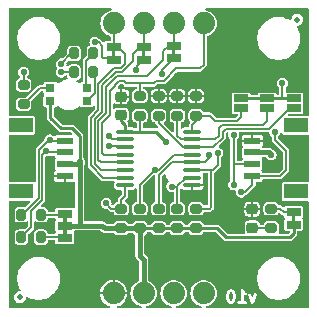
<source format=gbl>
%TF.GenerationSoftware,KiCad,Pcbnew,8.0.6*%
%TF.CreationDate,2024-11-09T20:31:53-07:00*%
%TF.ProjectId,SparkFun_Qwiic_Navigation,53706172-6b46-4756-9e5f-51776969635f,rev?*%
%TF.SameCoordinates,Original*%
%TF.FileFunction,Copper,L2,Bot*%
%TF.FilePolarity,Positive*%
%FSLAX46Y46*%
G04 Gerber Fmt 4.6, Leading zero omitted, Abs format (unit mm)*
G04 Created by KiCad (PCBNEW 8.0.6) date 2024-11-09 20:31:53*
%MOMM*%
%LPD*%
G01*
G04 APERTURE LIST*
G04 Aperture macros list*
%AMRoundRect*
0 Rectangle with rounded corners*
0 $1 Rounding radius*
0 $2 $3 $4 $5 $6 $7 $8 $9 X,Y pos of 4 corners*
0 Add a 4 corners polygon primitive as box body*
4,1,4,$2,$3,$4,$5,$6,$7,$8,$9,$2,$3,0*
0 Add four circle primitives for the rounded corners*
1,1,$1+$1,$2,$3*
1,1,$1+$1,$4,$5*
1,1,$1+$1,$6,$7*
1,1,$1+$1,$8,$9*
0 Add four rect primitives between the rounded corners*
20,1,$1+$1,$2,$3,$4,$5,0*
20,1,$1+$1,$4,$5,$6,$7,0*
20,1,$1+$1,$6,$7,$8,$9,0*
20,1,$1+$1,$8,$9,$2,$3,0*%
G04 Aperture macros list end*
%ADD10C,0.250000*%
%TA.AperFunction,EtchedComponent*%
%ADD11C,0.000000*%
%TD*%
%TA.AperFunction,SMDPad,CuDef*%
%ADD12C,0.500000*%
%TD*%
%TA.AperFunction,ComponentPad*%
%ADD13C,1.879600*%
%TD*%
%TA.AperFunction,SMDPad,CuDef*%
%ADD14RoundRect,0.200000X-0.200000X-0.275000X0.200000X-0.275000X0.200000X0.275000X-0.200000X0.275000X0*%
%TD*%
%TA.AperFunction,SMDPad,CuDef*%
%ADD15RoundRect,0.200000X-0.275000X0.200000X-0.275000X-0.200000X0.275000X-0.200000X0.275000X0.200000X0*%
%TD*%
%TA.AperFunction,SMDPad,CuDef*%
%ADD16R,1.350000X0.600000*%
%TD*%
%TA.AperFunction,SMDPad,CuDef*%
%ADD17R,2.000000X1.200000*%
%TD*%
%TA.AperFunction,SMDPad,CuDef*%
%ADD18R,1.270000X0.660400*%
%TD*%
%TA.AperFunction,SMDPad,CuDef*%
%ADD19RoundRect,0.225000X0.250000X-0.225000X0.250000X0.225000X-0.250000X0.225000X-0.250000X-0.225000X0*%
%TD*%
%TA.AperFunction,SMDPad,CuDef*%
%ADD20RoundRect,0.100000X0.637500X0.100000X-0.637500X0.100000X-0.637500X-0.100000X0.637500X-0.100000X0*%
%TD*%
%TA.AperFunction,SMDPad,CuDef*%
%ADD21R,1.270000X0.635000*%
%TD*%
%TA.AperFunction,SMDPad,CuDef*%
%ADD22RoundRect,0.200000X0.200000X0.275000X-0.200000X0.275000X-0.200000X-0.275000X0.200000X-0.275000X0*%
%TD*%
%TA.AperFunction,SMDPad,CuDef*%
%ADD23RoundRect,0.218750X-0.256250X0.218750X-0.256250X-0.218750X0.256250X-0.218750X0.256250X0.218750X0*%
%TD*%
%TA.AperFunction,SMDPad,CuDef*%
%ADD24R,0.800000X0.700000*%
%TD*%
%TA.AperFunction,ViaPad*%
%ADD25C,0.560000*%
%TD*%
%TA.AperFunction,Conductor*%
%ADD26C,0.152400*%
%TD*%
%TA.AperFunction,Conductor*%
%ADD27C,0.177800*%
%TD*%
%TA.AperFunction,Conductor*%
%ADD28C,0.254000*%
%TD*%
%TA.AperFunction,Conductor*%
%ADD29C,0.406400*%
%TD*%
G04 APERTURE END LIST*
D10*
G36*
X18896668Y1352531D02*
G01*
X18915600Y1333598D01*
X18948010Y1268777D01*
X18988570Y1106540D01*
X18988570Y899223D01*
X18948010Y736987D01*
X18915599Y672164D01*
X18896668Y653232D01*
X18845967Y627881D01*
X18809746Y627881D01*
X18759044Y653232D01*
X18740112Y672164D01*
X18707701Y736985D01*
X18667142Y899223D01*
X18667142Y1106540D01*
X18707701Y1268778D01*
X18740111Y1333599D01*
X18759044Y1352531D01*
X18809746Y1377881D01*
X18845967Y1377881D01*
X18896668Y1352531D01*
G37*
G36*
X21124132Y252881D02*
G01*
X18292142Y252881D01*
X18292142Y1121929D01*
X18417142Y1121929D01*
X18417142Y883834D01*
X18417561Y879580D01*
X18417290Y877758D01*
X18418639Y868630D01*
X18419544Y859448D01*
X18420248Y857747D01*
X18420874Y853517D01*
X18468493Y663041D01*
X18469136Y661242D01*
X18469200Y660342D01*
X18473082Y650196D01*
X18476738Y639966D01*
X18477274Y639242D01*
X18477958Y637456D01*
X18525576Y542219D01*
X18532183Y531723D01*
X18533446Y528675D01*
X18536263Y525242D01*
X18538631Y521481D01*
X18541125Y519318D01*
X18548991Y509733D01*
X18596610Y462113D01*
X18606198Y454244D01*
X18608360Y451751D01*
X18612114Y449388D01*
X18615551Y446567D01*
X18618604Y445303D01*
X18629097Y438697D01*
X18724335Y391078D01*
X18747221Y382320D01*
X18751701Y382002D01*
X18755851Y380283D01*
X18780237Y377881D01*
X18875475Y377881D01*
X18899861Y380283D01*
X18904009Y382002D01*
X18908491Y382320D01*
X18931377Y391078D01*
X19026614Y438696D01*
X19037110Y445304D01*
X19040160Y446567D01*
X19043593Y449386D01*
X19047352Y451751D01*
X19049514Y454245D01*
X19059102Y462113D01*
X19106721Y509732D01*
X19114588Y519320D01*
X19117081Y521481D01*
X19119447Y525241D01*
X19121110Y527267D01*
X19371925Y527267D01*
X19371925Y478495D01*
X19390589Y433435D01*
X19425077Y398947D01*
X19470137Y380283D01*
X19494523Y377881D01*
X20065951Y377881D01*
X20090337Y380283D01*
X20135397Y398947D01*
X20169885Y433435D01*
X20188549Y478495D01*
X20188549Y527267D01*
X20169885Y572327D01*
X20135397Y606815D01*
X20090337Y625479D01*
X20065951Y627881D01*
X19905237Y627881D01*
X19905237Y1159010D01*
X19914811Y1152983D01*
X20010049Y1105364D01*
X20032935Y1096606D01*
X20081584Y1093149D01*
X20127855Y1108572D01*
X20164700Y1140528D01*
X20170075Y1151279D01*
X20275627Y1151279D01*
X20281567Y1127506D01*
X20519662Y460839D01*
X20530126Y438682D01*
X20534336Y434031D01*
X20537023Y428359D01*
X20550582Y416084D01*
X20562858Y402524D01*
X20568530Y399838D01*
X20573181Y395627D01*
X20590405Y389476D01*
X20606936Y381645D01*
X20613201Y381334D01*
X20619111Y379223D01*
X20637386Y380132D01*
X20655649Y379224D01*
X20661555Y381334D01*
X20667823Y381645D01*
X20684355Y389476D01*
X20701579Y395627D01*
X20706230Y399838D01*
X20711902Y402524D01*
X20724177Y416084D01*
X20737737Y428359D01*
X20740423Y434031D01*
X20744634Y438682D01*
X20755098Y460839D01*
X20993193Y1127506D01*
X20999132Y1151279D01*
X20996711Y1199991D01*
X20975832Y1244070D01*
X20939674Y1276802D01*
X20893744Y1293205D01*
X20845031Y1290784D01*
X20800953Y1269905D01*
X20768221Y1233747D01*
X20757757Y1211590D01*
X20637380Y874534D01*
X20517003Y1211590D01*
X20506539Y1233747D01*
X20473807Y1269905D01*
X20429728Y1290784D01*
X20381016Y1293206D01*
X20335086Y1276802D01*
X20298928Y1244070D01*
X20278049Y1199991D01*
X20275627Y1151279D01*
X20170075Y1151279D01*
X20186511Y1184151D01*
X20189969Y1232801D01*
X20174546Y1279071D01*
X20142590Y1315916D01*
X20121852Y1328971D01*
X20044756Y1367519D01*
X19972615Y1439660D01*
X19884243Y1572219D01*
X19884187Y1572287D01*
X19884171Y1572327D01*
X19884080Y1572418D01*
X19868718Y1591177D01*
X19858433Y1598065D01*
X19849683Y1606815D01*
X19838370Y1611501D01*
X19828194Y1618316D01*
X19816055Y1620744D01*
X19804623Y1625479D01*
X19792378Y1625479D01*
X19780367Y1627881D01*
X19768225Y1625479D01*
X19755851Y1625479D01*
X19744537Y1620794D01*
X19732522Y1618416D01*
X19722223Y1611551D01*
X19710791Y1606815D01*
X19702132Y1598156D01*
X19691941Y1591362D01*
X19685053Y1581078D01*
X19676303Y1572327D01*
X19671617Y1561015D01*
X19664802Y1550838D01*
X19662374Y1538700D01*
X19657639Y1527267D01*
X19655262Y1503138D01*
X19655237Y1503011D01*
X19655245Y1502968D01*
X19655237Y1502881D01*
X19655237Y627881D01*
X19494523Y627881D01*
X19470137Y625479D01*
X19425077Y606815D01*
X19390589Y572327D01*
X19371925Y527267D01*
X19121110Y527267D01*
X19122266Y528675D01*
X19123528Y531724D01*
X19130135Y542218D01*
X19177754Y637456D01*
X19178437Y639242D01*
X19178974Y639966D01*
X19182629Y650196D01*
X19186512Y660342D01*
X19186575Y661242D01*
X19187219Y663041D01*
X19234838Y853517D01*
X19235463Y857747D01*
X19236168Y859448D01*
X19237072Y868628D01*
X19238422Y877757D01*
X19238150Y879580D01*
X19238570Y883834D01*
X19238570Y1121929D01*
X19238150Y1126184D01*
X19238422Y1128006D01*
X19237072Y1137136D01*
X19236168Y1146315D01*
X19235463Y1148017D01*
X19234838Y1152246D01*
X19187219Y1342722D01*
X19186575Y1344522D01*
X19186512Y1345421D01*
X19182629Y1355568D01*
X19178974Y1365797D01*
X19178437Y1366522D01*
X19177754Y1368307D01*
X19130135Y1463545D01*
X19123528Y1474040D01*
X19122265Y1477090D01*
X19119446Y1480525D01*
X19117081Y1484282D01*
X19114589Y1486444D01*
X19106720Y1496032D01*
X19059101Y1543650D01*
X19049515Y1551517D01*
X19047352Y1554011D01*
X19043590Y1556380D01*
X19040159Y1559195D01*
X19037112Y1560457D01*
X19026614Y1567066D01*
X18931377Y1614684D01*
X18908491Y1623442D01*
X18904009Y1623761D01*
X18899861Y1625479D01*
X18875475Y1627881D01*
X18780237Y1627881D01*
X18755851Y1625479D01*
X18751701Y1623761D01*
X18747221Y1623442D01*
X18724335Y1614684D01*
X18629097Y1567065D01*
X18618602Y1560459D01*
X18615552Y1559195D01*
X18612117Y1556377D01*
X18608360Y1554011D01*
X18606198Y1551520D01*
X18596610Y1543650D01*
X18548992Y1496031D01*
X18541125Y1486446D01*
X18538631Y1484282D01*
X18536262Y1480521D01*
X18533447Y1477089D01*
X18532185Y1474043D01*
X18525576Y1463544D01*
X18477958Y1368307D01*
X18477274Y1366522D01*
X18476738Y1365797D01*
X18473082Y1355568D01*
X18469200Y1345421D01*
X18469136Y1344522D01*
X18468493Y1342722D01*
X18420874Y1152246D01*
X18420248Y1148017D01*
X18419544Y1146315D01*
X18418639Y1137134D01*
X18417290Y1128005D01*
X18417561Y1126184D01*
X18417142Y1121929D01*
X18292142Y1121929D01*
X18292142Y1752881D01*
X21124132Y1752881D01*
X21124132Y252881D01*
G37*
D11*
%TA.AperFunction,EtchedComponent*%
%TO.C,JP5*%
G36*
X9040000Y21340000D02*
G01*
X8740000Y21340000D01*
X8740000Y21840000D01*
X9040000Y21840000D01*
X9040000Y21340000D01*
G37*
%TD.AperFunction*%
%TA.AperFunction,EtchedComponent*%
%TO.C,JP7*%
G36*
X11580000Y21340000D02*
G01*
X11280000Y21340000D01*
X11280000Y21840000D01*
X11580000Y21840000D01*
X11580000Y21340000D01*
G37*
%TD.AperFunction*%
%TA.AperFunction,EtchedComponent*%
%TO.C,JP8*%
G36*
X14120000Y21454300D02*
G01*
X13820000Y21454300D01*
X13820000Y21954300D01*
X14120000Y21954300D01*
X14120000Y21454300D01*
G37*
%TD.AperFunction*%
%TA.AperFunction,EtchedComponent*%
%TO.C,JP6*%
G36*
X4912500Y6214300D02*
G01*
X4612500Y6214300D01*
X4612500Y6714300D01*
X4912500Y6714300D01*
X4912500Y6214300D01*
G37*
%TD.AperFunction*%
%TA.AperFunction,EtchedComponent*%
G36*
X4935500Y7247000D02*
G01*
X4635500Y7247000D01*
X4635500Y7747000D01*
X4935500Y7747000D01*
X4935500Y7247000D01*
G37*
%TD.AperFunction*%
%TA.AperFunction,EtchedComponent*%
%TO.C,JP4*%
G36*
X24280000Y7370000D02*
G01*
X23980000Y7370000D01*
X23980000Y7870000D01*
X24280000Y7870000D01*
X24280000Y7370000D01*
G37*
%TD.AperFunction*%
%TD*%
D12*
%TO.P,FID2,*%
%TO.N,*%
X952500Y952500D03*
%TD*%
%TO.P,FID1,*%
%TO.N,*%
X24447500Y24447500D03*
%TD*%
D13*
%TO.P,J5,1,Pin_1*%
%TO.N,GND*%
X8890000Y1270000D03*
%TO.P,J5,2,Pin_2*%
%TO.N,3.3V*%
X11430000Y1270000D03*
%TO.P,J5,3,Pin_3*%
%TO.N,SDA*%
X13970000Y1270000D03*
%TO.P,J5,4,Pin_4*%
%TO.N,SCL*%
X16510000Y1270000D03*
%TD*%
%TO.P,J2,1,Pin_1*%
%TO.N,IO5{slash}Blue*%
X8890000Y24130000D03*
%TO.P,J2,2,Pin_2*%
%TO.N,IO6{slash}Green*%
X11430000Y24130000D03*
%TO.P,J2,3,Pin_3*%
%TO.N,IO7{slash}Red*%
X13970000Y24130000D03*
%TO.P,J2,4,Pin_4*%
%TO.N,~{INT}*%
X16510000Y24130000D03*
%TD*%
D14*
%TO.P,R14,1*%
%TO.N,Net-(JP7-A)*%
X5525000Y21590000D03*
%TO.P,R14,2*%
%TO.N,Net-(D2-GK)*%
X7175000Y21590000D03*
%TD*%
D15*
%TO.P,R8,1*%
%TO.N,SW_Down*%
X12700000Y8445000D03*
%TO.P,R8,2*%
%TO.N,3.3V*%
X12700000Y6795000D03*
%TD*%
D16*
%TO.P,J1,1,Pin_1*%
%TO.N,GND*%
X20637500Y14200000D03*
%TO.P,J1,2,Pin_2*%
%TO.N,3.3V*%
X20637500Y13200000D03*
%TO.P,J1,3,Pin_3*%
%TO.N,SDA*%
X20637500Y12200000D03*
%TO.P,J1,4,Pin_4*%
%TO.N,SCL*%
X20637500Y11200000D03*
D17*
%TO.P,J1,NC1,NC*%
%TO.N,unconnected-(J1-NC-PadNC1)*%
X24312500Y9900000D03*
%TO.P,J1,NC2,NC*%
%TO.N,unconnected-(J1-NC-PadNC2)*%
X24312500Y15500000D03*
%TD*%
D16*
%TO.P,J3,1,Pin_1*%
%TO.N,GND*%
X4762500Y11200000D03*
%TO.P,J3,2,Pin_2*%
%TO.N,3.3V*%
X4762500Y12200000D03*
%TO.P,J3,3,Pin_3*%
%TO.N,SDA*%
X4762500Y13200000D03*
%TO.P,J3,4,Pin_4*%
%TO.N,SCL*%
X4762500Y14200000D03*
D17*
%TO.P,J3,NC1,NC*%
%TO.N,unconnected-(J3-NC-PadNC1)*%
X1087500Y15500000D03*
%TO.P,J3,NC2,NC*%
%TO.N,unconnected-(J3-NC-PadNC2)*%
X1087500Y9900000D03*
%TD*%
D18*
%TO.P,JP5,1,A*%
%TO.N,Net-(JP5-A)*%
X8890000Y21069300D03*
%TO.P,JP5,2,B*%
%TO.N,IO5{slash}Blue*%
X8890000Y22110700D03*
%TD*%
D19*
%TO.P,C1,1*%
%TO.N,3.3V*%
X9525000Y16370000D03*
%TO.P,C1,2*%
%TO.N,GND*%
X9525000Y17920000D03*
%TD*%
D18*
%TO.P,JP7,1,A*%
%TO.N,Net-(JP7-A)*%
X11430000Y21069300D03*
%TO.P,JP7,2,B*%
%TO.N,IO6{slash}Green*%
X11430000Y22110700D03*
%TD*%
D20*
%TO.P,U4,1,A0*%
%TO.N,ADR0*%
X15562500Y14975000D03*
%TO.P,U4,2,A1*%
%TO.N,ADR1*%
X15562500Y14325000D03*
%TO.P,U4,3,A2*%
%TO.N,ADR2*%
X15562500Y13675000D03*
%TO.P,U4,4,IO0*%
%TO.N,SW_Up*%
X15562500Y13025000D03*
%TO.P,U4,5,IO1*%
%TO.N,SW_Down*%
X15562500Y12375000D03*
%TO.P,U4,6,IO2*%
%TO.N,SW_Right*%
X15562500Y11725000D03*
%TO.P,U4,7,IO3*%
%TO.N,SW_Left*%
X15562500Y11075000D03*
%TO.P,U4,8,VSS*%
%TO.N,GND*%
X15562500Y10425000D03*
%TO.P,U4,9,IO4*%
%TO.N,SW_Center*%
X9837500Y10425000D03*
%TO.P,U4,10,IO5*%
%TO.N,IO5{slash}Blue*%
X9837500Y11075000D03*
%TO.P,U4,11,IO6*%
%TO.N,IO6{slash}Green*%
X9837500Y11725000D03*
%TO.P,U4,12,IO7*%
%TO.N,IO7{slash}Red*%
X9837500Y12375000D03*
%TO.P,U4,13,~{INT}*%
%TO.N,~{INT}*%
X9837500Y13025000D03*
%TO.P,U4,14,SCL*%
%TO.N,SCL*%
X9837500Y13675000D03*
%TO.P,U4,15,SDA*%
%TO.N,SDA*%
X9837500Y14325000D03*
%TO.P,U4,16,VDD*%
%TO.N,3.3V*%
X9837500Y14975000D03*
%TD*%
D21*
%TO.P,JP1,1,A*%
%TO.N,ADR0*%
X19685000Y16967200D03*
%TO.P,JP1,2,B*%
%TO.N,3.3V*%
X19685000Y17780000D03*
%TD*%
D15*
%TO.P,R12,1*%
%TO.N,SW_Center*%
X9525000Y8445000D03*
%TO.P,R12,2*%
%TO.N,3.3V*%
X9525000Y6795000D03*
%TD*%
D22*
%TO.P,R13,1*%
%TO.N,Net-(JP6-A)*%
X2730000Y6032500D03*
%TO.P,R13,2*%
%TO.N,SDA*%
X1080000Y6032500D03*
%TD*%
D23*
%TO.P,D1,1,K*%
%TO.N,GND*%
X20637500Y8407500D03*
%TO.P,D1,2,A*%
%TO.N,Net-(D1-A)*%
X20637500Y6832500D03*
%TD*%
D15*
%TO.P,R3,1*%
%TO.N,GND*%
X12700000Y17970000D03*
%TO.P,R3,2*%
%TO.N,ADR2*%
X12700000Y16320000D03*
%TD*%
%TO.P,R6,1*%
%TO.N,Net-(JP5-A)*%
X1270000Y18922500D03*
%TO.P,R6,2*%
%TO.N,Net-(D2-BK)*%
X1270000Y17272500D03*
%TD*%
D21*
%TO.P,JP2,1,A*%
%TO.N,ADR1*%
X21907500Y16967200D03*
%TO.P,JP2,2,B*%
%TO.N,3.3V*%
X21907500Y17780000D03*
%TD*%
D15*
%TO.P,R4,1*%
%TO.N,~{INT}*%
X11112500Y17970000D03*
%TO.P,R4,2*%
%TO.N,3.3V*%
X11112500Y16320000D03*
%TD*%
%TO.P,R11,1*%
%TO.N,SW_Left*%
X14287500Y8445000D03*
%TO.P,R11,2*%
%TO.N,3.3V*%
X14287500Y6795000D03*
%TD*%
D14*
%TO.P,R15,1*%
%TO.N,Net-(JP8-A)*%
X5525000Y20002500D03*
%TO.P,R15,2*%
%TO.N,Net-(D2-RK)*%
X7175000Y20002500D03*
%TD*%
D15*
%TO.P,R2,1*%
%TO.N,GND*%
X14287500Y17970000D03*
%TO.P,R2,2*%
%TO.N,ADR1*%
X14287500Y16320000D03*
%TD*%
D22*
%TO.P,R7,1*%
%TO.N,Net-(JP6-B)*%
X2730000Y7937500D03*
%TO.P,R7,2*%
%TO.N,SCL*%
X1080000Y7937500D03*
%TD*%
D18*
%TO.P,JP8,1,A*%
%TO.N,Net-(JP8-A)*%
X13970000Y21183600D03*
%TO.P,JP8,2,B*%
%TO.N,IO7{slash}Red*%
X13970000Y22225000D03*
%TD*%
D24*
%TO.P,D2,1,A*%
%TO.N,3.3V*%
X3530000Y17547500D03*
%TO.P,D2,2,BK*%
%TO.N,Net-(D2-BK)*%
X3530000Y18647500D03*
%TO.P,D2,3,GK*%
%TO.N,Net-(D2-GK)*%
X6630000Y18647500D03*
%TO.P,D2,4,RK*%
%TO.N,Net-(D2-RK)*%
X6630000Y17547500D03*
%TD*%
D18*
%TO.P,JP6,1,A*%
%TO.N,Net-(JP6-A)*%
X4762500Y5943600D03*
%TO.P,JP6,2,C*%
%TO.N,3.3V*%
X4762500Y6985000D03*
%TO.P,JP6,3,B*%
%TO.N,Net-(JP6-B)*%
X4762500Y8026400D03*
%TD*%
D15*
%TO.P,R5,1*%
%TO.N,Net-(JP4-A)*%
X22225000Y8445000D03*
%TO.P,R5,2*%
%TO.N,Net-(D1-A)*%
X22225000Y6795000D03*
%TD*%
D21*
%TO.P,JP3,1,A*%
%TO.N,ADR2*%
X24130000Y16967200D03*
%TO.P,JP3,2,B*%
%TO.N,3.3V*%
X24130000Y17780000D03*
%TD*%
D15*
%TO.P,R10,1*%
%TO.N,SW_Right*%
X15875000Y8445000D03*
%TO.P,R10,2*%
%TO.N,3.3V*%
X15875000Y6795000D03*
%TD*%
%TO.P,R9,1*%
%TO.N,SW_Up*%
X11112500Y8445000D03*
%TO.P,R9,2*%
%TO.N,3.3V*%
X11112500Y6795000D03*
%TD*%
D18*
%TO.P,JP4,1,A*%
%TO.N,Net-(JP4-A)*%
X24130000Y8140700D03*
%TO.P,JP4,2,B*%
%TO.N,3.3V*%
X24130000Y7099300D03*
%TD*%
D15*
%TO.P,R1,1*%
%TO.N,GND*%
X15875000Y17970000D03*
%TO.P,R1,2*%
%TO.N,ADR0*%
X15875000Y16320000D03*
%TD*%
D25*
%TO.N,SCL*%
X8458800Y13766848D03*
%TO.N,SDA*%
X8458800Y14605000D03*
%TO.N,GND*%
X20637500Y9525000D03*
X18732500Y21907500D03*
X15875000Y19685000D03*
X3492500Y11112500D03*
X18427391Y13100110D03*
X18415000Y9525000D03*
X22225000Y10477500D03*
X14287500Y19685000D03*
X8258202Y7942185D03*
X6667500Y3175000D03*
X18732500Y3175000D03*
X6350000Y23495000D03*
X10318750Y17303750D03*
X6032500Y16192500D03*
X21907500Y14287500D03*
X16986250Y17145000D03*
%TO.N,3.3V*%
X13335000Y14128750D03*
X6032500Y12382500D03*
X23177500Y19050000D03*
X22225000Y13017500D03*
%TO.N,SCL*%
X3492500Y14287500D03*
X22542500Y14922500D03*
X19685000Y9842500D03*
%TO.N,SDA*%
X19050000Y10477500D03*
X19050000Y14693300D03*
X3175000Y13335000D03*
%TO.N,SW_Down*%
X16986250Y13018100D03*
%TO.N,SW_Up*%
X12382500Y11746900D03*
%TO.N,SW_Right*%
X17719865Y13183323D03*
%TO.N,SW_Left*%
X13811250Y10318750D03*
%TO.N,SW_Center*%
X8255000Y8890000D03*
%TO.N,Net-(JP5-A)*%
X1270000Y20002500D03*
X7302500Y22542500D03*
%TO.N,Net-(JP7-A)*%
X4445000Y20714903D03*
X10795000Y20206300D03*
%TO.N,Net-(JP8-A)*%
X12962353Y19834313D03*
X4445000Y20002500D03*
%TD*%
D26*
%TO.N,SW_Left*%
X14251268Y10318750D02*
X14287500Y10354982D01*
X13811250Y10318750D02*
X14251268Y10318750D01*
X15007518Y11075000D02*
X15562500Y11075000D01*
X14287500Y10354982D02*
X15007518Y11075000D01*
X14287500Y8445000D02*
X14287500Y10354982D01*
%TO.N,SCL*%
X9745652Y13766848D02*
X9837500Y13675000D01*
X8458800Y13766848D02*
X9745652Y13766848D01*
D27*
%TO.N,~{INT}*%
X9944730Y19050000D02*
X11112500Y19050000D01*
X9740930Y19253800D02*
X9944730Y19050000D01*
X9309070Y19253800D02*
X9740930Y19253800D01*
X9003700Y18948430D02*
X9309070Y19253800D01*
X9003700Y18846200D02*
X9003700Y18948430D01*
X8597900Y18440400D02*
X9003700Y18846200D01*
X7937500Y15721478D02*
X8597900Y16381878D01*
X7937500Y13176250D02*
X7937500Y15721478D01*
X8088750Y13025000D02*
X7937500Y13176250D01*
X9837500Y13025000D02*
X8088750Y13025000D01*
X8597900Y16381878D02*
X8597900Y18440400D01*
%TO.N,IO7{slash}Red*%
X13563600Y22225000D02*
X13970000Y22225000D01*
X13093700Y21755100D02*
X13563600Y22225000D01*
X13093700Y21043900D02*
X13093700Y21755100D01*
X11734800Y19685000D02*
X13093700Y21043900D01*
X8267700Y16518652D02*
X8267700Y18738850D01*
X8267700Y18738850D02*
X9213850Y19685000D01*
X9213850Y19685000D02*
X11734800Y19685000D01*
X7607300Y15858252D02*
X8267700Y16518652D01*
X7607300Y12553950D02*
X7607300Y15858252D01*
X9837500Y12375000D02*
X7786250Y12375000D01*
X7786250Y12375000D02*
X7607300Y12553950D01*
%TO.N,IO6{slash}Green*%
X10553700Y21539200D02*
X11125200Y22110700D01*
X7937500Y18875624D02*
X9077076Y20015200D01*
X9636374Y20015200D02*
X10553700Y20932526D01*
X10553700Y20932526D02*
X10553700Y21539200D01*
X7937500Y16655426D02*
X7937500Y18875624D01*
X9077076Y20015200D02*
X9636374Y20015200D01*
X7801250Y11725000D02*
X7277100Y12249150D01*
X7277100Y12249150D02*
X7277100Y15995026D01*
X11125200Y22110700D02*
X11430000Y22110700D01*
X7277100Y15995026D02*
X7937500Y16655426D01*
X9837500Y11725000D02*
X7801250Y11725000D01*
%TO.N,IO5{slash}Blue*%
X9194800Y22225000D02*
X8890000Y22225000D01*
X9842500Y20688300D02*
X9842500Y21577300D01*
X8940302Y20345400D02*
X9499600Y20345400D01*
X6946900Y16131799D02*
X7607300Y16792199D01*
X9842500Y21577300D02*
X9194800Y22225000D01*
X9499600Y20345400D02*
X9842500Y20688300D01*
X6946900Y12103100D02*
X6946900Y16131799D01*
X7607300Y16792199D02*
X7607300Y19012398D01*
X7975000Y11075000D02*
X6946900Y12103100D01*
X9837500Y11075000D02*
X7975000Y11075000D01*
X7607300Y19012398D02*
X8940302Y20345400D01*
D26*
%TO.N,SW_Up*%
X11112500Y10476900D02*
X11112500Y8445000D01*
X12382500Y11746900D02*
X11112500Y10476900D01*
D27*
X13977500Y13025000D02*
X15562500Y13025000D01*
X12382500Y11746900D02*
X12699400Y11746900D01*
X12699400Y11746900D02*
X13977500Y13025000D01*
%TO.N,SW_Down*%
X12700000Y11271250D02*
X12700000Y8445000D01*
X13803750Y12375000D02*
X12700000Y11271250D01*
X15562500Y12375000D02*
X13803750Y12375000D01*
D28*
%TO.N,3.3V*%
X13335000Y14128750D02*
X12488750Y14975000D01*
X12488750Y14975000D02*
X11112500Y14975000D01*
D27*
%TO.N,ADR2*%
X12700000Y15716250D02*
X12700000Y16320000D01*
X14741250Y13675000D02*
X12700000Y15716250D01*
X15562500Y13675000D02*
X14741250Y13675000D01*
%TO.N,SDA*%
X8738800Y14325000D02*
X9837500Y14325000D01*
X8458800Y14605000D02*
X8738800Y14325000D01*
D28*
%TO.N,3.3V*%
X15875000Y6795000D02*
X14287500Y6795000D01*
X12700000Y6795000D02*
X11112500Y6795000D01*
X9837500Y15557500D02*
X9525000Y15870000D01*
D29*
X6032500Y6985000D02*
X7937500Y6985000D01*
X22042500Y13200000D02*
X22225000Y13017500D01*
X9525000Y6795000D02*
X11112500Y6795000D01*
D27*
X23177500Y19050000D02*
X23177500Y17780000D01*
D29*
X11112500Y6795000D02*
X11112500Y4445000D01*
X11112500Y4445000D02*
X11430000Y4127500D01*
D28*
X17652500Y6795000D02*
X18415000Y6032500D01*
X18415000Y6032500D02*
X23812500Y6032500D01*
X9837500Y14975000D02*
X9837500Y15557500D01*
D29*
X7937500Y6985000D02*
X8127500Y6795000D01*
D27*
X11112500Y16320000D02*
X11112500Y14975000D01*
D28*
X23812500Y6032500D02*
X24130000Y6350000D01*
D29*
X8127500Y6795000D02*
X9525000Y6795000D01*
D28*
X21907500Y17780000D02*
X19685000Y17780000D01*
X5397500Y15240000D02*
X6032500Y14605000D01*
D29*
X6032500Y12382500D02*
X6032500Y6985000D01*
X4762500Y12200000D02*
X5850000Y12200000D01*
X4762500Y6985000D02*
X6032500Y6985000D01*
D28*
X3530000Y17547500D02*
X3530000Y16155000D01*
X11112500Y14975000D02*
X9837500Y14975000D01*
D29*
X11430000Y4127500D02*
X11430000Y1270000D01*
X5850000Y12200000D02*
X6032500Y12382500D01*
X20637500Y13200000D02*
X22042500Y13200000D01*
D28*
X24130000Y17780000D02*
X23177500Y17780000D01*
X4445000Y15240000D02*
X5397500Y15240000D01*
X23177500Y17780000D02*
X21907500Y17780000D01*
X6032500Y14605000D02*
X6032500Y12382500D01*
X14287500Y6795000D02*
X12700000Y6795000D01*
X3530000Y16155000D02*
X4445000Y15240000D01*
X15875000Y6795000D02*
X17652500Y6795000D01*
X9525000Y15870000D02*
X9525000Y16370000D01*
X24130000Y6350000D02*
X24130000Y7099300D01*
D27*
%TO.N,~{INT}*%
X12280270Y19050000D02*
X12484070Y19253800D01*
X11112500Y19050000D02*
X12280270Y19050000D01*
X13119070Y19253800D02*
X14185270Y20320000D01*
X11112500Y19050000D02*
X11112500Y17970000D01*
X14185270Y20320000D02*
X16192500Y20320000D01*
X16192500Y20320000D02*
X16510000Y20637500D01*
X16510000Y20637500D02*
X16510000Y24130000D01*
X12484070Y19253800D02*
X13119070Y19253800D01*
%TO.N,Net-(D1-A)*%
X20675000Y6795000D02*
X20637500Y6832500D01*
X22225000Y6795000D02*
X20675000Y6795000D01*
%TO.N,Net-(JP4-A)*%
X22987500Y8445000D02*
X23291800Y8140700D01*
X23291800Y8140700D02*
X24130000Y8140700D01*
X22225000Y8445000D02*
X22987500Y8445000D01*
%TO.N,ADR1*%
X15562500Y14325000D02*
X14567500Y14325000D01*
X21907500Y15875000D02*
X21907500Y16967200D01*
X17792700Y14605000D02*
X17792700Y15240000D01*
X14287500Y14605000D02*
X14287500Y16320000D01*
X15562500Y14325000D02*
X17512700Y14325000D01*
X18097500Y15544800D02*
X21577300Y15544800D01*
X14567500Y14325000D02*
X14287500Y14605000D01*
X21577300Y15544800D02*
X21907500Y15875000D01*
X17512700Y14325000D02*
X17792700Y14605000D01*
X17792700Y15240000D02*
X18097500Y15544800D01*
%TO.N,SCL*%
X19685000Y9842500D02*
X20002500Y9842500D01*
D26*
X2540000Y13419270D02*
X3408230Y14287500D01*
D27*
X22947500Y11200000D02*
X20637500Y11200000D01*
D26*
X1156448Y7937500D02*
X2540000Y9321052D01*
D27*
X22542500Y14922500D02*
X22542500Y14287500D01*
X23495000Y13335000D02*
X23495000Y11747500D01*
D26*
X3408230Y14287500D02*
X3492500Y14287500D01*
D27*
X4762500Y14200000D02*
X3580000Y14200000D01*
X20637500Y10477500D02*
X20637500Y11200000D01*
X22542500Y14287500D02*
X23495000Y13335000D01*
X3580000Y14200000D02*
X3492500Y14287500D01*
X20002500Y9842500D02*
X20637500Y10477500D01*
X23495000Y11747500D02*
X22947500Y11200000D01*
D26*
X2540000Y9321052D02*
X2540000Y13419270D01*
X1080000Y7937500D02*
X1156448Y7937500D01*
%TO.N,SDA*%
X1905000Y6857500D02*
X1905000Y8255000D01*
D27*
X20637500Y12200000D02*
X19056268Y12200000D01*
D26*
X2857500Y13017500D02*
X3175000Y13335000D01*
D27*
X19050000Y12206268D02*
X19050000Y12700000D01*
D26*
X2857500Y9207500D02*
X2857500Y13017500D01*
D27*
X19050000Y14693300D02*
X19050000Y12700000D01*
X19050000Y10477500D02*
X19050000Y12206268D01*
X3310000Y13200000D02*
X3175000Y13335000D01*
X4762500Y13200000D02*
X3310000Y13200000D01*
D26*
X1905000Y8255000D02*
X2857500Y9207500D01*
D27*
X19056268Y12200000D02*
X19050000Y12206268D01*
D26*
X1080000Y6032500D02*
X1905000Y6857500D01*
D27*
%TO.N,ADR2*%
X23812500Y16967200D02*
X24130000Y16967200D01*
X18122900Y14947900D02*
X18389600Y15214600D01*
X22059900Y15214600D02*
X23812500Y16967200D01*
X17329674Y13675000D02*
X18122900Y14468226D01*
X15562500Y13675000D02*
X17329674Y13675000D01*
X18122900Y14468226D02*
X18122900Y14947900D01*
X18389600Y15214600D02*
X22059900Y15214600D01*
%TO.N,ADR0*%
X15875000Y15875000D02*
X15557500Y15557500D01*
X19685000Y16192500D02*
X19685000Y16967200D01*
X19367500Y15875000D02*
X19685000Y16192500D01*
X15875000Y16320000D02*
X17017500Y16320000D01*
X17017500Y16320000D02*
X17462500Y15875000D01*
X17462500Y15875000D02*
X19367500Y15875000D01*
X15875000Y16320000D02*
X15875000Y15875000D01*
X15557500Y15557500D02*
X15562500Y15552500D01*
X15562500Y15552500D02*
X15562500Y14975000D01*
%TO.N,SW_Down*%
X15562500Y12375000D02*
X16661250Y12375000D01*
X16986250Y12700000D02*
X16986250Y13018100D01*
X16661250Y12375000D02*
X16986250Y12700000D01*
%TO.N,SW_Right*%
X15875000Y8445000D02*
X17017500Y8445000D01*
X17719865Y12163615D02*
X17303750Y11747500D01*
X17719865Y13183323D02*
X17719865Y12163615D01*
X17122500Y11725000D02*
X17145000Y11747500D01*
X17303750Y11747500D02*
X17145000Y11747500D01*
X17017500Y8445000D02*
X17145000Y8572500D01*
X17145000Y8572500D02*
X17145000Y11747500D01*
X15562500Y11725000D02*
X17122500Y11725000D01*
%TO.N,SW_Center*%
X9525000Y8445000D02*
X9525000Y9207500D01*
X9525000Y9207500D02*
X9842500Y9525000D01*
D26*
X8255000Y8890000D02*
X8700000Y8445000D01*
D27*
X9837500Y9847500D02*
X9837500Y10425000D01*
X9842500Y9842500D02*
X9837500Y9847500D01*
X9842500Y9525000D02*
X9842500Y9842500D01*
D26*
X8700000Y8445000D02*
X9525000Y8445000D01*
%TO.N,Net-(JP5-A)*%
X1270000Y18922500D02*
X1270000Y20002500D01*
X8026400Y21183600D02*
X8890000Y21183600D01*
X7302500Y22542500D02*
X7630774Y22542500D01*
X7937500Y22235774D02*
X7937500Y21272500D01*
X7937500Y21272500D02*
X8026400Y21183600D01*
X7630774Y22542500D02*
X7937500Y22235774D01*
%TO.N,Net-(JP6-A)*%
X2730000Y6032500D02*
X4673600Y6032500D01*
X4673600Y6032500D02*
X4762500Y5943600D01*
%TO.N,Net-(JP6-B)*%
X4673600Y7937500D02*
X4762500Y8026400D01*
X2730000Y7937500D02*
X4673600Y7937500D01*
%TO.N,Net-(D2-BK)*%
X3530000Y18647500D02*
X2645000Y18647500D01*
X2645000Y18647500D02*
X1270000Y17272500D01*
%TO.N,Net-(JP7-A)*%
X5320097Y21590000D02*
X4445000Y20714903D01*
X10795000Y20206300D02*
X10795000Y20434300D01*
X5525000Y21590000D02*
X5320097Y21590000D01*
X10795000Y20434300D02*
X11430000Y21069300D01*
D27*
%TO.N,IO6{slash}Green*%
X11023600Y22110700D02*
X11430000Y22110700D01*
D26*
X11430000Y22110700D02*
X11430000Y24130000D01*
%TO.N,Net-(JP8-A)*%
X12962353Y20175953D02*
X13970000Y21183600D01*
X12962353Y19834313D02*
X12962353Y20175953D01*
X5525000Y20002500D02*
X4445000Y20002500D01*
%TO.N,Net-(D2-GK)*%
X6630000Y18647500D02*
X6546400Y18731100D01*
X6546400Y20961400D02*
X7175000Y21590000D01*
X6546400Y18731100D02*
X6546400Y20961400D01*
%TO.N,Net-(D2-RK)*%
X6630000Y17547500D02*
X7289800Y18207300D01*
X7289800Y19887700D02*
X7175000Y20002500D01*
X7289800Y18207300D02*
X7289800Y19887700D01*
%TO.N,IO5{slash}Blue*%
X8890000Y22225000D02*
X8890000Y24130000D01*
D27*
%TO.N,IO7{slash}Red*%
X13335000Y24130000D02*
X13970000Y24130000D01*
D26*
X13970000Y22225000D02*
X13970000Y24130000D01*
D27*
X13970000Y24130000D02*
X13970000Y23495000D01*
%TD*%
%TA.AperFunction,Conductor*%
%TO.N,GND*%
G36*
X1825020Y9101136D02*
G01*
X1855084Y9049065D01*
X1844643Y8989851D01*
X1830674Y8971646D01*
X1463982Y8604954D01*
X1409488Y8579543D01*
X1389162Y8580127D01*
X1315904Y8590800D01*
X844096Y8590800D01*
X770565Y8580087D01*
X770563Y8580087D01*
X770561Y8580086D01*
X770559Y8580085D01*
X657142Y8524639D01*
X567861Y8435358D01*
X512415Y8321941D01*
X512414Y8321939D01*
X512413Y8321937D01*
X512413Y8321935D01*
X501700Y8248404D01*
X501700Y7626596D01*
X512413Y7553065D01*
X512413Y7553064D01*
X512414Y7553062D01*
X512415Y7553060D01*
X567861Y7439643D01*
X567863Y7439641D01*
X567864Y7439639D01*
X657139Y7350364D01*
X657140Y7350364D01*
X657142Y7350362D01*
X745563Y7307136D01*
X770565Y7294913D01*
X844096Y7284200D01*
X844100Y7284200D01*
X1315899Y7284200D01*
X1315904Y7284200D01*
X1389435Y7294913D01*
X1502861Y7350364D01*
X1508786Y7354594D01*
X1510262Y7352527D01*
X1554939Y7373360D01*
X1613017Y7357797D01*
X1647505Y7308544D01*
X1650500Y7285794D01*
X1650500Y6999328D01*
X1629935Y6942827D01*
X1624755Y6937173D01*
X1397257Y6709676D01*
X1342763Y6684265D01*
X1322432Y6684849D01*
X1315906Y6685800D01*
X1315904Y6685800D01*
X844096Y6685800D01*
X770565Y6675087D01*
X770563Y6675087D01*
X770561Y6675086D01*
X770559Y6675085D01*
X657142Y6619639D01*
X567861Y6530358D01*
X512415Y6416941D01*
X512414Y6416939D01*
X512413Y6416937D01*
X512413Y6416935D01*
X501700Y6343404D01*
X501700Y5721596D01*
X512413Y5648065D01*
X512413Y5648064D01*
X512414Y5648062D01*
X512415Y5648060D01*
X567861Y5534643D01*
X567863Y5534641D01*
X567864Y5534639D01*
X657139Y5445364D01*
X657140Y5445364D01*
X657142Y5445362D01*
X757942Y5396084D01*
X770565Y5389913D01*
X844096Y5379200D01*
X844100Y5379200D01*
X1315899Y5379200D01*
X1315904Y5379200D01*
X1389435Y5389913D01*
X1502861Y5445364D01*
X1592136Y5534639D01*
X1647587Y5648065D01*
X1658300Y5721596D01*
X1658300Y6214474D01*
X1678865Y6270975D01*
X1684034Y6276618D01*
X2049161Y6641745D01*
X2049163Y6641745D01*
X2120755Y6713337D01*
X2159500Y6806877D01*
X2159500Y7285794D01*
X2180065Y7342295D01*
X2232136Y7372359D01*
X2291350Y7361918D01*
X2301101Y7354436D01*
X2301214Y7354594D01*
X2307138Y7350364D01*
X2395563Y7307136D01*
X2420565Y7294913D01*
X2494096Y7284200D01*
X2494100Y7284200D01*
X2965899Y7284200D01*
X2965904Y7284200D01*
X3039435Y7294913D01*
X3152861Y7350364D01*
X3242136Y7439639D01*
X3297587Y7553065D01*
X3305557Y7607775D01*
X3334053Y7660719D01*
X3389915Y7682961D01*
X3392539Y7683000D01*
X3877463Y7683000D01*
X3933964Y7662435D01*
X3958671Y7628740D01*
X3959543Y7626634D01*
X3959544Y7626632D01*
X3959545Y7626631D01*
X3997663Y7569583D01*
X4003763Y7560455D01*
X4002573Y7559661D01*
X4024163Y7513361D01*
X4008600Y7455283D01*
X3999078Y7443934D01*
X3998953Y7443748D01*
X3998953Y7443747D01*
X3959545Y7384769D01*
X3951097Y7342295D01*
X3949200Y7332760D01*
X3949200Y6637237D01*
X3949201Y6637235D01*
X3959543Y6585235D01*
X3959543Y6585234D01*
X3959544Y6585232D01*
X3959545Y6585231D01*
X3997919Y6527800D01*
X4003763Y6519055D01*
X4002573Y6518261D01*
X4024163Y6471961D01*
X4008600Y6413883D01*
X3999078Y6402534D01*
X3959543Y6343367D01*
X3958671Y6341260D01*
X3956695Y6339105D01*
X3954735Y6336170D01*
X3954283Y6336472D01*
X3918048Y6296930D01*
X3877463Y6287000D01*
X3392539Y6287000D01*
X3336038Y6307565D01*
X3305974Y6359636D01*
X3305563Y6362188D01*
X3297587Y6416935D01*
X3278177Y6456639D01*
X3242138Y6530358D01*
X3242136Y6530360D01*
X3242136Y6530361D01*
X3152861Y6619636D01*
X3152859Y6619637D01*
X3152857Y6619639D01*
X3039440Y6675085D01*
X3039438Y6675086D01*
X3039436Y6675087D01*
X3039435Y6675087D01*
X2965904Y6685800D01*
X2494096Y6685800D01*
X2420565Y6675087D01*
X2420563Y6675087D01*
X2420561Y6675086D01*
X2420559Y6675085D01*
X2307142Y6619639D01*
X2217861Y6530358D01*
X2162415Y6416941D01*
X2162414Y6416939D01*
X2162413Y6416937D01*
X2162413Y6416935D01*
X2151700Y6343404D01*
X2151700Y5721596D01*
X2162413Y5648065D01*
X2162413Y5648064D01*
X2162414Y5648062D01*
X2162415Y5648060D01*
X2217861Y5534643D01*
X2217863Y5534641D01*
X2217864Y5534639D01*
X2307139Y5445364D01*
X2307140Y5445364D01*
X2307142Y5445362D01*
X2407942Y5396084D01*
X2420565Y5389913D01*
X2494096Y5379200D01*
X2494100Y5379200D01*
X2965899Y5379200D01*
X2965904Y5379200D01*
X3039435Y5389913D01*
X3152861Y5445364D01*
X3242136Y5534639D01*
X3297587Y5648065D01*
X3305557Y5702775D01*
X3334053Y5755719D01*
X3389915Y5777961D01*
X3392539Y5778000D01*
X3861301Y5778000D01*
X3917802Y5757435D01*
X3947866Y5705364D01*
X3949201Y5690100D01*
X3949201Y5595835D01*
X3959543Y5543835D01*
X3959543Y5543834D01*
X3959544Y5543832D01*
X3959545Y5543831D01*
X3998953Y5484853D01*
X4057931Y5445445D01*
X4109939Y5435100D01*
X5415060Y5435101D01*
X5415063Y5435101D01*
X5415065Y5435102D01*
X5467065Y5445444D01*
X5467066Y5445444D01*
X5467066Y5445445D01*
X5467069Y5445445D01*
X5526047Y5484853D01*
X5565455Y5543831D01*
X5575800Y5595839D01*
X5575799Y6291360D01*
X5575799Y6291361D01*
X5575799Y6291364D01*
X5575798Y6291366D01*
X5565456Y6343366D01*
X5565456Y6343367D01*
X5565434Y6343400D01*
X5526047Y6402347D01*
X5526046Y6402348D01*
X5521237Y6409545D01*
X5522426Y6410340D01*
X5500837Y6456639D01*
X5516400Y6514717D01*
X5525921Y6526066D01*
X5526045Y6526252D01*
X5526047Y6526253D01*
X5551559Y6564436D01*
X5600048Y6599988D01*
X5624645Y6603500D01*
X5982275Y6603500D01*
X6082725Y6603500D01*
X7743068Y6603500D01*
X7799569Y6582935D01*
X7805223Y6577755D01*
X7822223Y6560755D01*
X7822223Y6560754D01*
X7893249Y6489727D01*
X7893251Y6489725D01*
X7898240Y6486845D01*
X7916158Y6476500D01*
X7980247Y6439498D01*
X8077275Y6413499D01*
X8077276Y6413499D01*
X8183107Y6413499D01*
X8183123Y6413500D01*
X8863087Y6413500D01*
X8919588Y6392935D01*
X8934624Y6376677D01*
X8937861Y6372143D01*
X8937863Y6372141D01*
X8937864Y6372139D01*
X9027139Y6282864D01*
X9027140Y6282864D01*
X9027142Y6282862D01*
X9094207Y6250076D01*
X9140565Y6227413D01*
X9214096Y6216700D01*
X9214100Y6216700D01*
X9835899Y6216700D01*
X9835904Y6216700D01*
X9909435Y6227413D01*
X10022861Y6282864D01*
X10112136Y6372139D01*
X10112138Y6372143D01*
X10115376Y6376677D01*
X10164944Y6410710D01*
X10186913Y6413500D01*
X10450587Y6413500D01*
X10507088Y6392935D01*
X10522124Y6376677D01*
X10525361Y6372143D01*
X10525363Y6372141D01*
X10525364Y6372139D01*
X10614639Y6282864D01*
X10614640Y6282864D01*
X10614642Y6282862D01*
X10681706Y6250076D01*
X10723434Y6206786D01*
X10731000Y6171108D01*
X10731000Y4394776D01*
X10756998Y4297746D01*
X10770273Y4274753D01*
X10770274Y4274753D01*
X10785370Y4248605D01*
X10807225Y4210752D01*
X11022755Y3995222D01*
X11048166Y3940728D01*
X11048500Y3933067D01*
X11048500Y2381490D01*
X11027935Y2324989D01*
X10992354Y2299526D01*
X10929490Y2275173D01*
X10929480Y2275168D01*
X10753314Y2166091D01*
X10753305Y2166085D01*
X10600173Y2026485D01*
X10475302Y1861129D01*
X10475300Y1861126D01*
X10475300Y1861125D01*
X10387433Y1684665D01*
X10382936Y1675634D01*
X10382934Y1675629D01*
X10326229Y1476335D01*
X10326229Y1476334D01*
X10307110Y1270001D01*
X10307110Y1270000D01*
X10326229Y1063667D01*
X10326229Y1063666D01*
X10366619Y921714D01*
X10382936Y864365D01*
X10475300Y678875D01*
X10600174Y513514D01*
X10667652Y452000D01*
X10753305Y373916D01*
X10753314Y373910D01*
X10870759Y301192D01*
X10929485Y264830D01*
X11122707Y189976D01*
X11122711Y189976D01*
X11122715Y189974D01*
X11206547Y174303D01*
X11258307Y143707D01*
X11278290Y86998D01*
X11257147Y30711D01*
X11204769Y1183D01*
X11190395Y0D01*
X9246063Y0D01*
X9189562Y20565D01*
X9159498Y72636D01*
X9169939Y131850D01*
X9214310Y169864D01*
X9401652Y242442D01*
X9401666Y242448D01*
X9581755Y353954D01*
X9581764Y353960D01*
X9738304Y496667D01*
X9738308Y496671D01*
X9865960Y665709D01*
X9960383Y855336D01*
X10018351Y1059070D01*
X10018351Y1059071D01*
X10029659Y1181100D01*
X9392100Y1181100D01*
X9398000Y1203120D01*
X9398000Y1336880D01*
X9392100Y1358900D01*
X10029659Y1358900D01*
X10029659Y1358901D01*
X10018351Y1480930D01*
X10018351Y1480931D01*
X9960383Y1684665D01*
X9865960Y1874292D01*
X9738308Y2043330D01*
X9738304Y2043334D01*
X9581764Y2186041D01*
X9581755Y2186047D01*
X9401666Y2297553D01*
X9401652Y2297559D01*
X9204140Y2374076D01*
X9204126Y2374080D01*
X8995919Y2413000D01*
X8978901Y2413000D01*
X8978900Y2412999D01*
X8978900Y1772100D01*
X8956880Y1778000D01*
X8823120Y1778000D01*
X8801100Y1772100D01*
X8801100Y2412999D01*
X8801099Y2413000D01*
X8784080Y2413000D01*
X8575873Y2374080D01*
X8575859Y2374076D01*
X8378347Y2297559D01*
X8378333Y2297553D01*
X8198244Y2186047D01*
X8198235Y2186041D01*
X8041695Y2043334D01*
X8041691Y2043330D01*
X7914039Y1874292D01*
X7819616Y1684665D01*
X7761648Y1480931D01*
X7761648Y1480930D01*
X7750340Y1358901D01*
X7750341Y1358900D01*
X8387900Y1358900D01*
X8382000Y1336880D01*
X8382000Y1203120D01*
X8387900Y1181100D01*
X7750341Y1181100D01*
X7761648Y1059071D01*
X7761648Y1059070D01*
X7819616Y855336D01*
X7914039Y665709D01*
X8041691Y496671D01*
X8041695Y496667D01*
X8198235Y353960D01*
X8198244Y353954D01*
X8378333Y242448D01*
X8378347Y242442D01*
X8565690Y169864D01*
X8610947Y130278D01*
X8620170Y70862D01*
X8589044Y19419D01*
X8533937Y0D01*
X87900Y0D01*
X31399Y20565D01*
X1335Y72636D01*
X0Y87900D01*
X0Y952504D01*
X446853Y952504D01*
X446853Y952497D01*
X467333Y810050D01*
X467334Y810045D01*
X467335Y810043D01*
X527123Y679127D01*
X621372Y570357D01*
X621374Y570356D01*
X621375Y570355D01*
X736029Y496671D01*
X742447Y492547D01*
X880539Y452000D01*
X880540Y452000D01*
X1024460Y452000D01*
X1024461Y452000D01*
X1162553Y492547D01*
X1283628Y570357D01*
X1377877Y679127D01*
X1437665Y810043D01*
X1457330Y946823D01*
X1485725Y999820D01*
X1541545Y1022168D01*
X1588282Y1010437D01*
X1741951Y921716D01*
X1960007Y831394D01*
X2187986Y770307D01*
X2367541Y746669D01*
X2421987Y739500D01*
X2421989Y739500D01*
X2658013Y739500D01*
X2706784Y745922D01*
X2892014Y770307D01*
X3119993Y831394D01*
X3338049Y921716D01*
X3542450Y1039727D01*
X3729699Y1183408D01*
X3896592Y1350301D01*
X4040273Y1537550D01*
X4158284Y1741951D01*
X4248606Y1960007D01*
X4309693Y2187986D01*
X4336915Y2394766D01*
X4340500Y2421988D01*
X4340500Y2658013D01*
X4333331Y2712459D01*
X4309693Y2892014D01*
X4248606Y3119993D01*
X4158284Y3338049D01*
X4040273Y3542450D01*
X3896592Y3729699D01*
X3729699Y3896592D01*
X3672180Y3940728D01*
X3542452Y4040272D01*
X3474316Y4079610D01*
X3338049Y4158284D01*
X3338047Y4158285D01*
X3338045Y4158286D01*
X3338043Y4158287D01*
X3211378Y4210753D01*
X3119993Y4248606D01*
X3119986Y4248608D01*
X2892026Y4309690D01*
X2892014Y4309693D01*
X2658013Y4340500D01*
X2658011Y4340500D01*
X2421989Y4340500D01*
X2421987Y4340500D01*
X2187985Y4309693D01*
X2187973Y4309690D01*
X1960013Y4248608D01*
X1960009Y4248607D01*
X1960007Y4248606D01*
X1960005Y4248605D01*
X1741956Y4158287D01*
X1741954Y4158286D01*
X1537547Y4040272D01*
X1350304Y3896595D01*
X1183405Y3729696D01*
X1039728Y3542453D01*
X921714Y3338046D01*
X921713Y3338044D01*
X831395Y3119995D01*
X831392Y3119987D01*
X770310Y2892027D01*
X770307Y2892015D01*
X739500Y2658013D01*
X739500Y2421988D01*
X770307Y2187986D01*
X770310Y2187974D01*
X813581Y2026486D01*
X831394Y1960007D01*
X872351Y1861129D01*
X921713Y1741957D01*
X921714Y1741955D01*
X921716Y1741951D01*
X1012419Y1584849D01*
X1022860Y1525636D01*
X992796Y1473565D01*
X936295Y1453000D01*
X880539Y1453000D01*
X880538Y1453000D01*
X880532Y1452999D01*
X742449Y1412454D01*
X742445Y1412453D01*
X621375Y1334646D01*
X621370Y1334642D01*
X527122Y1225872D01*
X467335Y1094957D01*
X467333Y1094951D01*
X446853Y952504D01*
X0Y952504D01*
X0Y9033801D01*
X20565Y9090302D01*
X72636Y9120366D01*
X87888Y9121701D01*
X1768519Y9121701D01*
X1825020Y9101136D01*
G37*
%TD.AperFunction*%
%TA.AperFunction,Conductor*%
G36*
X6053846Y17129442D02*
G01*
X6076517Y17106272D01*
X6077010Y17105534D01*
X6101453Y17068953D01*
X6160431Y17029545D01*
X6212439Y17019200D01*
X7047560Y17019201D01*
X7047563Y17019201D01*
X7047565Y17019202D01*
X7099565Y17029544D01*
X7099566Y17029544D01*
X7099566Y17029545D01*
X7099569Y17029545D01*
X7158547Y17068953D01*
X7179115Y17099736D01*
X7227602Y17135288D01*
X7287601Y17131356D01*
X7331035Y17089778D01*
X7340100Y17050900D01*
X7340100Y16939287D01*
X7319535Y16882786D01*
X7314355Y16877132D01*
X6795543Y16358320D01*
X6795542Y16358321D01*
X6720380Y16283158D01*
X6720378Y16283156D01*
X6679700Y16184948D01*
X6679700Y12156249D01*
X6679700Y12049951D01*
X6720379Y11951743D01*
X7748479Y10923643D01*
X7748478Y10923643D01*
X7789682Y10882440D01*
X7823643Y10848479D01*
X7921851Y10807800D01*
X8885748Y10807800D01*
X8942249Y10787235D01*
X8972313Y10735164D01*
X8966158Y10684395D01*
X8924400Y10589825D01*
X8924399Y10589822D01*
X8921701Y10566568D01*
X8921700Y10566549D01*
X8921700Y10283452D01*
X8921701Y10283433D01*
X8924399Y10260179D01*
X8924400Y10260176D01*
X8938971Y10227176D01*
X8966426Y10164998D01*
X9039998Y10091426D01*
X9135179Y10049399D01*
X9158444Y10046700D01*
X9482400Y10046700D01*
X9538901Y10026135D01*
X9568965Y9974064D01*
X9570300Y9958800D01*
X9570300Y9794351D01*
X9571989Y9785859D01*
X9571142Y9785691D01*
X9575300Y9764796D01*
X9575300Y9672088D01*
X9554735Y9615587D01*
X9549555Y9609933D01*
X9373643Y9434021D01*
X9373642Y9434022D01*
X9298480Y9358859D01*
X9298478Y9358857D01*
X9257800Y9260649D01*
X9257800Y9105689D01*
X9237235Y9049188D01*
X9185164Y9019124D01*
X9182603Y9018712D01*
X9140565Y9012587D01*
X9140563Y9012587D01*
X9140561Y9012586D01*
X9140559Y9012585D01*
X9027142Y8957139D01*
X8937861Y8867858D01*
X8893163Y8776427D01*
X8849873Y8734699D01*
X8789888Y8730561D01*
X8752040Y8752878D01*
X8736165Y8768753D01*
X8710754Y8823247D01*
X8711315Y8843419D01*
X8718013Y8890000D01*
X8718013Y8890003D01*
X8699259Y9020440D01*
X8699258Y9020441D01*
X8699258Y9020446D01*
X8644511Y9140324D01*
X8644510Y9140325D01*
X8644510Y9140326D01*
X8601360Y9190123D01*
X8558209Y9239922D01*
X8558206Y9239924D01*
X8558205Y9239925D01*
X8447346Y9311170D01*
X8447343Y9311171D01*
X8422053Y9318597D01*
X8320898Y9348300D01*
X8320894Y9348300D01*
X8189106Y9348300D01*
X8189101Y9348300D01*
X8062657Y9311171D01*
X8062653Y9311170D01*
X7951794Y9239925D01*
X7951789Y9239920D01*
X7865489Y9140326D01*
X7810742Y9020446D01*
X7810740Y9020440D01*
X7791987Y8890004D01*
X7791987Y8889997D01*
X7810740Y8759561D01*
X7810741Y8759556D01*
X7810742Y8759554D01*
X7823983Y8730561D01*
X7865489Y8639675D01*
X7900348Y8599446D01*
X7951791Y8540078D01*
X7951793Y8540077D01*
X7951794Y8540076D01*
X8062653Y8468831D01*
X8062654Y8468831D01*
X8062657Y8468829D01*
X8148782Y8443541D01*
X8189101Y8431701D01*
X8189104Y8431701D01*
X8189106Y8431700D01*
X8189107Y8431700D01*
X8316972Y8431700D01*
X8373473Y8411135D01*
X8379127Y8405955D01*
X8484245Y8300837D01*
X8484244Y8300837D01*
X8520446Y8264636D01*
X8555837Y8229245D01*
X8555838Y8229245D01*
X8555839Y8229244D01*
X8581829Y8218479D01*
X8649377Y8190500D01*
X8800687Y8190500D01*
X8857188Y8169935D01*
X8879656Y8141205D01*
X8882412Y8135566D01*
X8882413Y8135565D01*
X8897160Y8105400D01*
X8937862Y8022142D01*
X8937863Y8022141D01*
X8937864Y8022139D01*
X9027139Y7932864D01*
X9027140Y7932864D01*
X9027142Y7932862D01*
X9065355Y7914181D01*
X9140565Y7877413D01*
X9214096Y7866700D01*
X9214100Y7866700D01*
X9835899Y7866700D01*
X9835904Y7866700D01*
X9909435Y7877413D01*
X10022861Y7932864D01*
X10112136Y8022139D01*
X10167587Y8135565D01*
X10178300Y8209096D01*
X10178300Y8680904D01*
X10167587Y8754435D01*
X10156836Y8776427D01*
X10112138Y8867858D01*
X10112136Y8867860D01*
X10112136Y8867861D01*
X10022861Y8957136D01*
X10022859Y8957137D01*
X10022857Y8957139D01*
X9909440Y9012585D01*
X9909438Y9012586D01*
X9909436Y9012587D01*
X9909435Y9012587D01*
X9906943Y9012951D01*
X9905170Y9013905D01*
X9902918Y9014600D01*
X9903054Y9015043D01*
X9853999Y9041445D01*
X9831757Y9097308D01*
X9850626Y9154397D01*
X9857454Y9162077D01*
X10069021Y9373643D01*
X10109700Y9471851D01*
X10109700Y9578149D01*
X10109700Y9895649D01*
X10108011Y9904142D01*
X10108855Y9904311D01*
X10104700Y9925206D01*
X10104700Y9958800D01*
X10125265Y10015301D01*
X10177336Y10045365D01*
X10192600Y10046700D01*
X10516549Y10046700D01*
X10516556Y10046700D01*
X10539821Y10049399D01*
X10635002Y10091426D01*
X10707946Y10164371D01*
X10762439Y10189781D01*
X10820517Y10174218D01*
X10855005Y10124965D01*
X10858000Y10102215D01*
X10858000Y9107539D01*
X10837435Y9051038D01*
X10785364Y9020974D01*
X10782812Y9020564D01*
X10728065Y9012587D01*
X10728063Y9012587D01*
X10728061Y9012586D01*
X10728059Y9012585D01*
X10614642Y8957139D01*
X10525361Y8867858D01*
X10469915Y8754441D01*
X10469914Y8754439D01*
X10469913Y8754437D01*
X10469913Y8754435D01*
X10459200Y8680904D01*
X10459200Y8209096D01*
X10469913Y8135565D01*
X10469913Y8135564D01*
X10469914Y8135562D01*
X10469915Y8135560D01*
X10525361Y8022143D01*
X10525363Y8022141D01*
X10525364Y8022139D01*
X10614639Y7932864D01*
X10614640Y7932864D01*
X10614642Y7932862D01*
X10652855Y7914181D01*
X10728065Y7877413D01*
X10801596Y7866700D01*
X10801600Y7866700D01*
X11423399Y7866700D01*
X11423404Y7866700D01*
X11496935Y7877413D01*
X11610361Y7932864D01*
X11699636Y8022139D01*
X11755087Y8135565D01*
X11765800Y8209096D01*
X11765800Y8680904D01*
X11755087Y8754435D01*
X11744336Y8776427D01*
X11699638Y8867858D01*
X11699636Y8867860D01*
X11699636Y8867861D01*
X11610361Y8957136D01*
X11610359Y8957137D01*
X11610357Y8957139D01*
X11496940Y9012585D01*
X11496938Y9012586D01*
X11496936Y9012587D01*
X11496935Y9012587D01*
X11442225Y9020558D01*
X11389281Y9049053D01*
X11367039Y9104915D01*
X11367000Y9107539D01*
X11367000Y10335074D01*
X11387565Y10391575D01*
X11392734Y10397218D01*
X12258371Y11262856D01*
X12312865Y11288266D01*
X12320526Y11288600D01*
X12344900Y11288600D01*
X12401401Y11268035D01*
X12431465Y11215964D01*
X12432800Y11200700D01*
X12432800Y9105689D01*
X12412235Y9049188D01*
X12360164Y9019124D01*
X12357603Y9018712D01*
X12315565Y9012587D01*
X12315563Y9012587D01*
X12315561Y9012586D01*
X12315559Y9012585D01*
X12202142Y8957139D01*
X12112861Y8867858D01*
X12057415Y8754441D01*
X12057414Y8754439D01*
X12057413Y8754437D01*
X12057413Y8754435D01*
X12046700Y8680904D01*
X12046700Y8209096D01*
X12057413Y8135565D01*
X12057413Y8135564D01*
X12057414Y8135562D01*
X12057415Y8135560D01*
X12112861Y8022143D01*
X12112863Y8022141D01*
X12112864Y8022139D01*
X12202139Y7932864D01*
X12202140Y7932864D01*
X12202142Y7932862D01*
X12240355Y7914181D01*
X12315565Y7877413D01*
X12389096Y7866700D01*
X12389100Y7866700D01*
X13010899Y7866700D01*
X13010904Y7866700D01*
X13084435Y7877413D01*
X13197861Y7932864D01*
X13287136Y8022139D01*
X13342587Y8135565D01*
X13353300Y8209096D01*
X13353300Y8680904D01*
X13342587Y8754435D01*
X13331836Y8776427D01*
X13287138Y8867858D01*
X13287136Y8867860D01*
X13287136Y8867861D01*
X13197861Y8957136D01*
X13197859Y8957137D01*
X13197857Y8957139D01*
X13084440Y9012585D01*
X13084438Y9012586D01*
X13084436Y9012587D01*
X13084435Y9012587D01*
X13042424Y9018708D01*
X12989481Y9047204D01*
X12967239Y9103066D01*
X12967200Y9105689D01*
X12967200Y11124163D01*
X12987765Y11180664D01*
X12992934Y11186307D01*
X13143315Y11336689D01*
X13197809Y11362099D01*
X13255887Y11346536D01*
X13290375Y11297283D01*
X13292946Y11283160D01*
X13293003Y11282580D01*
X13321843Y11137588D01*
X13321845Y11137584D01*
X13378417Y11001004D01*
X13378419Y11001001D01*
X13460548Y10878086D01*
X13460549Y10878085D01*
X13460552Y10878081D01*
X13529484Y10809149D01*
X13554895Y10754656D01*
X13539332Y10696578D01*
X13514853Y10673050D01*
X13508043Y10668674D01*
X13508039Y10668671D01*
X13421738Y10569073D01*
X13366992Y10449196D01*
X13366990Y10449190D01*
X13348237Y10318754D01*
X13348237Y10318747D01*
X13366990Y10188311D01*
X13366991Y10188306D01*
X13366992Y10188304D01*
X13382856Y10153567D01*
X13421739Y10068425D01*
X13464393Y10019200D01*
X13508041Y9968828D01*
X13508043Y9968827D01*
X13508044Y9968826D01*
X13618903Y9897581D01*
X13618904Y9897581D01*
X13618907Y9897579D01*
X13702165Y9873132D01*
X13745351Y9860451D01*
X13745354Y9860451D01*
X13745356Y9860450D01*
X13745357Y9860450D01*
X13877143Y9860450D01*
X13877144Y9860450D01*
X13877146Y9860451D01*
X13877148Y9860451D01*
X13920335Y9873132D01*
X13980341Y9869319D01*
X14023857Y9827827D01*
X14033000Y9788793D01*
X14033000Y9107539D01*
X14012435Y9051038D01*
X13960364Y9020974D01*
X13957812Y9020564D01*
X13903065Y9012587D01*
X13903063Y9012587D01*
X13903061Y9012586D01*
X13903059Y9012585D01*
X13789642Y8957139D01*
X13700361Y8867858D01*
X13644915Y8754441D01*
X13644914Y8754439D01*
X13644913Y8754437D01*
X13644913Y8754435D01*
X13634200Y8680904D01*
X13634200Y8209096D01*
X13644913Y8135565D01*
X13644913Y8135564D01*
X13644914Y8135562D01*
X13644915Y8135560D01*
X13700361Y8022143D01*
X13700363Y8022141D01*
X13700364Y8022139D01*
X13789639Y7932864D01*
X13789640Y7932864D01*
X13789642Y7932862D01*
X13827855Y7914181D01*
X13903065Y7877413D01*
X13976596Y7866700D01*
X13976600Y7866700D01*
X14598399Y7866700D01*
X14598404Y7866700D01*
X14671935Y7877413D01*
X14785361Y7932864D01*
X14874636Y8022139D01*
X14930087Y8135565D01*
X14940800Y8209096D01*
X14940800Y8680904D01*
X14930087Y8754435D01*
X14919336Y8776427D01*
X14874638Y8867858D01*
X14874636Y8867860D01*
X14874636Y8867861D01*
X14785361Y8957136D01*
X14785359Y8957137D01*
X14785357Y8957139D01*
X14671940Y9012585D01*
X14671938Y9012586D01*
X14671936Y9012587D01*
X14671935Y9012587D01*
X14617225Y9020558D01*
X14564281Y9049053D01*
X14542039Y9104915D01*
X14542000Y9107539D01*
X14542000Y10067002D01*
X14562565Y10123503D01*
X14614636Y10153567D01*
X14673850Y10143126D01*
X14692055Y10129157D01*
X14750684Y10070528D01*
X14854376Y10024743D01*
X14854380Y10024742D01*
X14879718Y10021802D01*
X14879737Y10021800D01*
X15473599Y10021800D01*
X15473600Y10021801D01*
X15473600Y10336099D01*
X15651400Y10336099D01*
X15651400Y10021801D01*
X15651401Y10021800D01*
X16245263Y10021800D01*
X16245281Y10021802D01*
X16270619Y10024742D01*
X16270623Y10024743D01*
X16374315Y10070528D01*
X16454472Y10150685D01*
X16500257Y10254377D01*
X16500258Y10254381D01*
X16503198Y10279719D01*
X16503200Y10279738D01*
X16503200Y10336099D01*
X16503199Y10336100D01*
X15651401Y10336100D01*
X15651400Y10336099D01*
X15473600Y10336099D01*
X15473600Y10426000D01*
X15494165Y10482501D01*
X15546236Y10512565D01*
X15561500Y10513900D01*
X16503199Y10513900D01*
X16503200Y10513901D01*
X16503200Y10570263D01*
X16503198Y10570282D01*
X16500258Y10595620D01*
X16500257Y10595624D01*
X16454472Y10699316D01*
X16446653Y10707135D01*
X16421242Y10761629D01*
X16432985Y10806355D01*
X16430284Y10807547D01*
X16449278Y10850564D01*
X16475601Y10910179D01*
X16478300Y10933444D01*
X16478300Y11216556D01*
X16475601Y11239821D01*
X16433841Y11334396D01*
X16429832Y11394388D01*
X16465323Y11442923D01*
X16514252Y11457800D01*
X16789900Y11457800D01*
X16846401Y11437235D01*
X16876465Y11385164D01*
X16877800Y11369900D01*
X16877800Y8800100D01*
X16857235Y8743599D01*
X16805164Y8713535D01*
X16789900Y8712200D01*
X16593104Y8712200D01*
X16536603Y8732765D01*
X16514136Y8761494D01*
X16462136Y8867861D01*
X16372861Y8957136D01*
X16372859Y8957137D01*
X16372857Y8957139D01*
X16259440Y9012585D01*
X16259438Y9012586D01*
X16259436Y9012587D01*
X16259435Y9012587D01*
X16185904Y9023300D01*
X15564096Y9023300D01*
X15490565Y9012587D01*
X15490563Y9012587D01*
X15490561Y9012586D01*
X15490559Y9012585D01*
X15377142Y8957139D01*
X15287861Y8867858D01*
X15232415Y8754441D01*
X15232414Y8754439D01*
X15232413Y8754437D01*
X15232413Y8754435D01*
X15221700Y8680904D01*
X15221700Y8209096D01*
X15232413Y8135565D01*
X15232413Y8135564D01*
X15232414Y8135562D01*
X15232415Y8135560D01*
X15287861Y8022143D01*
X15287863Y8022141D01*
X15287864Y8022139D01*
X15377139Y7932864D01*
X15377140Y7932864D01*
X15377142Y7932862D01*
X15415355Y7914181D01*
X15490565Y7877413D01*
X15564096Y7866700D01*
X15564100Y7866700D01*
X16185899Y7866700D01*
X16185904Y7866700D01*
X16259435Y7877413D01*
X16372861Y7932864D01*
X16462136Y8022139D01*
X16514136Y8128507D01*
X16557425Y8170233D01*
X16593104Y8177800D01*
X17070648Y8177800D01*
X17070649Y8177800D01*
X17168857Y8218479D01*
X17268977Y8318599D01*
X19959301Y8318599D01*
X19959301Y8155540D01*
X19974948Y8056738D01*
X20035629Y7937644D01*
X20130143Y7843130D01*
X20249237Y7782449D01*
X20348040Y7766801D01*
X20548600Y7766801D01*
X20548600Y8318599D01*
X20726400Y8318599D01*
X20726400Y7766802D01*
X20726401Y7766801D01*
X20926959Y7766801D01*
X20926960Y7766802D01*
X21025762Y7782449D01*
X21144856Y7843130D01*
X21239370Y7937644D01*
X21300051Y8056738D01*
X21315699Y8155541D01*
X21315700Y8155541D01*
X21315700Y8318599D01*
X21315699Y8318600D01*
X20726401Y8318600D01*
X20726400Y8318599D01*
X20548600Y8318599D01*
X20548599Y8318600D01*
X19959302Y8318600D01*
X19959301Y8318599D01*
X17268977Y8318599D01*
X17371521Y8421143D01*
X17412200Y8519351D01*
X17412200Y8625649D01*
X17412200Y8659460D01*
X19959300Y8659460D01*
X19959300Y8496401D01*
X19959301Y8496400D01*
X20548599Y8496400D01*
X20548600Y8496401D01*
X20548600Y9048199D01*
X20726400Y9048199D01*
X20726400Y8496401D01*
X20726401Y8496400D01*
X21315698Y8496400D01*
X21315699Y8496401D01*
X21315699Y8659459D01*
X21315698Y8659461D01*
X21300051Y8758263D01*
X21239370Y8877357D01*
X21144856Y8971871D01*
X21025762Y9032552D01*
X20926960Y9048200D01*
X20726401Y9048200D01*
X20726400Y9048199D01*
X20548600Y9048199D01*
X20548600Y9048200D01*
X20348041Y9048200D01*
X20348039Y9048199D01*
X20249237Y9032552D01*
X20130143Y8971871D01*
X20035629Y8877357D01*
X19974948Y8758263D01*
X19959300Y8659460D01*
X17412200Y8659460D01*
X17412200Y11445326D01*
X17432765Y11501827D01*
X17451269Y11518414D01*
X17455104Y11520977D01*
X17455105Y11520979D01*
X17455107Y11520979D01*
X17946386Y12012258D01*
X17987065Y12110466D01*
X17987065Y12216764D01*
X17987065Y12762263D01*
X18007630Y12818764D01*
X18018868Y12828656D01*
X18018323Y12829285D01*
X18023069Y12833399D01*
X18023074Y12833401D01*
X18109376Y12932999D01*
X18164123Y13052877D01*
X18177878Y13148546D01*
X18182878Y13183320D01*
X18182878Y13183327D01*
X18164124Y13313763D01*
X18164123Y13313764D01*
X18164123Y13313769D01*
X18109376Y13433647D01*
X18109375Y13433648D01*
X18109375Y13433649D01*
X18043063Y13510176D01*
X18023074Y13533245D01*
X18023071Y13533247D01*
X18023070Y13533248D01*
X17912211Y13604493D01*
X17912207Y13604495D01*
X17841648Y13625213D01*
X17793230Y13660863D01*
X17779055Y13719296D01*
X17804257Y13771706D01*
X18349421Y14316869D01*
X18390100Y14415077D01*
X18390100Y14521375D01*
X18390100Y14800812D01*
X18410665Y14857313D01*
X18415845Y14862966D01*
X18457470Y14904592D01*
X18511963Y14930003D01*
X18570042Y14914442D01*
X18604530Y14865189D01*
X18606630Y14829929D01*
X18586987Y14693304D01*
X18586987Y14693297D01*
X18605740Y14562861D01*
X18605741Y14562856D01*
X18605742Y14562854D01*
X18660489Y14442976D01*
X18699307Y14398178D01*
X18746790Y14343379D01*
X18751542Y14339262D01*
X18749486Y14336890D01*
X18778824Y14298378D01*
X18782800Y14272240D01*
X18782800Y10898561D01*
X18762235Y10842060D01*
X18751000Y10832167D01*
X18751543Y10831540D01*
X18746792Y10827424D01*
X18660488Y10727823D01*
X18605742Y10607946D01*
X18605740Y10607940D01*
X18586987Y10477504D01*
X18586987Y10477497D01*
X18605740Y10347061D01*
X18605741Y10347056D01*
X18605742Y10347054D01*
X18618668Y10318750D01*
X18660489Y10227175D01*
X18706377Y10174218D01*
X18746791Y10127578D01*
X18746793Y10127577D01*
X18746794Y10127576D01*
X18857653Y10056331D01*
X18857654Y10056331D01*
X18857657Y10056329D01*
X18943782Y10031041D01*
X18984101Y10019201D01*
X18984104Y10019201D01*
X18984106Y10019200D01*
X18984107Y10019200D01*
X19115893Y10019200D01*
X19115894Y10019200D01*
X19121949Y10020978D01*
X19181954Y10017168D01*
X19225473Y9975678D01*
X19233722Y9924132D01*
X19221987Y9842505D01*
X19221987Y9842497D01*
X19240740Y9712061D01*
X19240742Y9712055D01*
X19295489Y9592175D01*
X19321341Y9562341D01*
X19381791Y9492578D01*
X19381793Y9492577D01*
X19381794Y9492576D01*
X19492653Y9421331D01*
X19492654Y9421331D01*
X19492657Y9421329D01*
X19578782Y9396041D01*
X19619101Y9384201D01*
X19619104Y9384201D01*
X19619106Y9384200D01*
X19619107Y9384200D01*
X19750893Y9384200D01*
X19750894Y9384200D01*
X19750896Y9384201D01*
X19750898Y9384201D01*
X19765927Y9388615D01*
X19877343Y9421329D01*
X19988209Y9492578D01*
X20048659Y9562343D01*
X20081450Y9585988D01*
X20153857Y9615979D01*
X20864021Y10326143D01*
X20904700Y10424351D01*
X20904700Y10530649D01*
X20904700Y10633801D01*
X20925265Y10690302D01*
X20977336Y10720366D01*
X20992600Y10721701D01*
X21330064Y10721701D01*
X21330065Y10721702D01*
X21382065Y10732044D01*
X21382066Y10732044D01*
X21382066Y10732045D01*
X21382069Y10732045D01*
X21441047Y10771453D01*
X21480455Y10830431D01*
X21486744Y10862048D01*
X21517936Y10913452D01*
X21572955Y10932800D01*
X23000648Y10932800D01*
X23000649Y10932800D01*
X23098857Y10973479D01*
X23721521Y11596143D01*
X23762200Y11694351D01*
X23762200Y11800649D01*
X23762200Y13388149D01*
X23721521Y13486357D01*
X23684235Y13523643D01*
X23646357Y13561522D01*
X23646357Y13561521D01*
X22835445Y14372433D01*
X22810034Y14426927D01*
X22809700Y14434588D01*
X22809700Y14501440D01*
X22830265Y14557941D01*
X22841503Y14567833D01*
X22840958Y14568462D01*
X22845704Y14572576D01*
X22845709Y14572578D01*
X22932011Y14672176D01*
X22986758Y14792054D01*
X22986759Y14792063D01*
X22988530Y14798089D01*
X22990183Y14797604D01*
X23014984Y14843899D01*
X23070803Y14866251D01*
X23127929Y14847493D01*
X23146683Y14827231D01*
X23183953Y14771453D01*
X23242931Y14732045D01*
X23294939Y14721700D01*
X25312100Y14721701D01*
X25368601Y14701136D01*
X25398665Y14649065D01*
X25400000Y14633801D01*
X25400000Y10766200D01*
X25379435Y10709699D01*
X25327364Y10679635D01*
X25312100Y10678300D01*
X23294936Y10678300D01*
X23294934Y10678299D01*
X23242934Y10667957D01*
X23242933Y10667957D01*
X23183954Y10628548D01*
X23183952Y10628546D01*
X23178952Y10621063D01*
X23144545Y10569569D01*
X23136804Y10530649D01*
X23134200Y10517560D01*
X23134200Y9282437D01*
X23134201Y9282435D01*
X23144543Y9230435D01*
X23144543Y9230434D01*
X23144544Y9230432D01*
X23144545Y9230431D01*
X23183953Y9171453D01*
X23242931Y9132045D01*
X23294939Y9121700D01*
X25312100Y9121701D01*
X25368601Y9101136D01*
X25398665Y9049065D01*
X25400000Y9033801D01*
X25400000Y87900D01*
X25379435Y31399D01*
X25327364Y1335D01*
X25312100Y0D01*
X16749605Y0D01*
X16693104Y20565D01*
X16663040Y72636D01*
X16673481Y131850D01*
X16719541Y170499D01*
X16733453Y174303D01*
X16817284Y189974D01*
X16817286Y189975D01*
X16817293Y189976D01*
X17010515Y264830D01*
X17182706Y371446D01*
X18409898Y371446D01*
X18409899Y371446D01*
X21006548Y371446D01*
X21006549Y371446D01*
X21006549Y1635235D01*
X18409898Y1635235D01*
X18409898Y371446D01*
X17182706Y371446D01*
X17186692Y373914D01*
X17339826Y513514D01*
X17464700Y678875D01*
X17557064Y864365D01*
X17612462Y1059070D01*
X17613770Y1063666D01*
X17613770Y1063667D01*
X17613769Y1063667D01*
X17613771Y1063670D01*
X17632890Y1270000D01*
X17613771Y1476330D01*
X17612462Y1480930D01*
X17568559Y1635234D01*
X17557064Y1675635D01*
X17464700Y1861125D01*
X17339826Y2026486D01*
X17255837Y2103052D01*
X17186694Y2166085D01*
X17186685Y2166091D01*
X17010517Y2275169D01*
X17010511Y2275172D01*
X16817296Y2350023D01*
X16817284Y2350027D01*
X16613609Y2388100D01*
X16613607Y2388100D01*
X16406393Y2388100D01*
X16406390Y2388100D01*
X16202715Y2350027D01*
X16202703Y2350023D01*
X16009488Y2275172D01*
X16009482Y2275169D01*
X15833314Y2166091D01*
X15833305Y2166085D01*
X15680173Y2026485D01*
X15555302Y1861129D01*
X15555300Y1861126D01*
X15555300Y1861125D01*
X15467433Y1684665D01*
X15462936Y1675634D01*
X15462934Y1675629D01*
X15406229Y1476335D01*
X15406229Y1476334D01*
X15387110Y1270001D01*
X15387110Y1270000D01*
X15406229Y1063667D01*
X15406229Y1063666D01*
X15446619Y921714D01*
X15462936Y864365D01*
X15555300Y678875D01*
X15680174Y513514D01*
X15747652Y452000D01*
X15833305Y373916D01*
X15833314Y373910D01*
X15950759Y301192D01*
X16009485Y264830D01*
X16202707Y189976D01*
X16202711Y189976D01*
X16202715Y189974D01*
X16286547Y174303D01*
X16338307Y143707D01*
X16358290Y86998D01*
X16337147Y30711D01*
X16284769Y1183D01*
X16270395Y0D01*
X14209605Y0D01*
X14153104Y20565D01*
X14123040Y72636D01*
X14133481Y131850D01*
X14179541Y170499D01*
X14193453Y174303D01*
X14277284Y189974D01*
X14277286Y189975D01*
X14277293Y189976D01*
X14470515Y264830D01*
X14646692Y373914D01*
X14799826Y513514D01*
X14924700Y678875D01*
X15017064Y864365D01*
X15072462Y1059070D01*
X15073770Y1063666D01*
X15073770Y1063667D01*
X15073769Y1063667D01*
X15073771Y1063670D01*
X15092890Y1270000D01*
X15073771Y1476330D01*
X15072462Y1480930D01*
X15028559Y1635234D01*
X15017064Y1675635D01*
X14924700Y1861125D01*
X14799826Y2026486D01*
X14715837Y2103052D01*
X14646694Y2166085D01*
X14646685Y2166091D01*
X14470517Y2275169D01*
X14470511Y2275172D01*
X14277296Y2350023D01*
X14277284Y2350027D01*
X14073609Y2388100D01*
X14073607Y2388100D01*
X13866393Y2388100D01*
X13866390Y2388100D01*
X13662715Y2350027D01*
X13662703Y2350023D01*
X13469488Y2275172D01*
X13469482Y2275169D01*
X13293314Y2166091D01*
X13293305Y2166085D01*
X13140173Y2026485D01*
X13015302Y1861129D01*
X13015300Y1861126D01*
X13015300Y1861125D01*
X12927433Y1684665D01*
X12922936Y1675634D01*
X12922934Y1675629D01*
X12866229Y1476335D01*
X12866229Y1476334D01*
X12847110Y1270001D01*
X12847110Y1270000D01*
X12866229Y1063667D01*
X12866229Y1063666D01*
X12906619Y921714D01*
X12922936Y864365D01*
X13015300Y678875D01*
X13140174Y513514D01*
X13207652Y452000D01*
X13293305Y373916D01*
X13293314Y373910D01*
X13410759Y301192D01*
X13469485Y264830D01*
X13662707Y189976D01*
X13662711Y189976D01*
X13662715Y189974D01*
X13746547Y174303D01*
X13798307Y143707D01*
X13818290Y86998D01*
X13797147Y30711D01*
X13744769Y1183D01*
X13730395Y0D01*
X11669605Y0D01*
X11613104Y20565D01*
X11583040Y72636D01*
X11593481Y131850D01*
X11639541Y170499D01*
X11653453Y174303D01*
X11737284Y189974D01*
X11737286Y189975D01*
X11737293Y189976D01*
X11930515Y264830D01*
X12106692Y373914D01*
X12259826Y513514D01*
X12384700Y678875D01*
X12477064Y864365D01*
X12532462Y1059070D01*
X12533770Y1063666D01*
X12533770Y1063667D01*
X12533769Y1063667D01*
X12533771Y1063670D01*
X12552890Y1270000D01*
X12533771Y1476330D01*
X12532462Y1480930D01*
X12488559Y1635234D01*
X12477064Y1675635D01*
X12384700Y1861125D01*
X12259826Y2026486D01*
X12175837Y2103052D01*
X12106694Y2166085D01*
X12106685Y2166091D01*
X11930519Y2275168D01*
X11930509Y2275173D01*
X11867646Y2299526D01*
X11822390Y2339113D01*
X11811500Y2381490D01*
X11811500Y2658013D01*
X21059500Y2658013D01*
X21059500Y2421988D01*
X21090307Y2187986D01*
X21090310Y2187974D01*
X21133581Y2026486D01*
X21151394Y1960007D01*
X21192351Y1861129D01*
X21241713Y1741957D01*
X21241714Y1741955D01*
X21359728Y1537548D01*
X21408824Y1473565D01*
X21503408Y1350301D01*
X21670301Y1183408D01*
X21670304Y1183406D01*
X21832341Y1059070D01*
X21857550Y1039727D01*
X22061951Y921716D01*
X22280007Y831394D01*
X22507986Y770307D01*
X22687541Y746669D01*
X22741987Y739500D01*
X22741989Y739500D01*
X22978013Y739500D01*
X23026784Y745922D01*
X23212014Y770307D01*
X23439993Y831394D01*
X23658049Y921716D01*
X23862450Y1039727D01*
X24049699Y1183408D01*
X24216592Y1350301D01*
X24360273Y1537550D01*
X24478284Y1741951D01*
X24568606Y1960007D01*
X24629693Y2187986D01*
X24656915Y2394766D01*
X24660500Y2421988D01*
X24660500Y2658013D01*
X24653331Y2712459D01*
X24629693Y2892014D01*
X24568606Y3119993D01*
X24478284Y3338049D01*
X24360273Y3542450D01*
X24216592Y3729699D01*
X24049699Y3896592D01*
X23992180Y3940728D01*
X23862452Y4040272D01*
X23794316Y4079610D01*
X23658049Y4158284D01*
X23658047Y4158285D01*
X23658045Y4158286D01*
X23658043Y4158287D01*
X23531378Y4210753D01*
X23439993Y4248606D01*
X23439986Y4248608D01*
X23212026Y4309690D01*
X23212014Y4309693D01*
X22978013Y4340500D01*
X22978011Y4340500D01*
X22741989Y4340500D01*
X22741987Y4340500D01*
X22507985Y4309693D01*
X22507973Y4309690D01*
X22280013Y4248608D01*
X22280009Y4248607D01*
X22280007Y4248606D01*
X22280005Y4248605D01*
X22061956Y4158287D01*
X22061954Y4158286D01*
X21857547Y4040272D01*
X21670304Y3896595D01*
X21503405Y3729696D01*
X21359728Y3542453D01*
X21241714Y3338046D01*
X21241713Y3338044D01*
X21151395Y3119995D01*
X21151392Y3119987D01*
X21090310Y2892027D01*
X21090307Y2892015D01*
X21059500Y2658013D01*
X11811500Y2658013D01*
X11811500Y4070183D01*
X11811501Y4070196D01*
X11811501Y4177725D01*
X11785502Y4274753D01*
X11765329Y4309693D01*
X11735276Y4361747D01*
X11519745Y4577278D01*
X11494334Y4631772D01*
X11494000Y4639433D01*
X11494000Y6171108D01*
X11514565Y6227609D01*
X11543294Y6250076D01*
X11610357Y6282862D01*
X11610357Y6282863D01*
X11610361Y6282864D01*
X11699636Y6372139D01*
X11714404Y6402347D01*
X11733011Y6440406D01*
X11776301Y6482134D01*
X11811979Y6489700D01*
X12000521Y6489700D01*
X12057022Y6469135D01*
X12079489Y6440406D01*
X12112861Y6372143D01*
X12112863Y6372141D01*
X12112864Y6372139D01*
X12202139Y6282864D01*
X12202140Y6282864D01*
X12202142Y6282862D01*
X12269207Y6250076D01*
X12315565Y6227413D01*
X12389096Y6216700D01*
X12389100Y6216700D01*
X13010899Y6216700D01*
X13010904Y6216700D01*
X13084435Y6227413D01*
X13197861Y6282864D01*
X13287136Y6372139D01*
X13301904Y6402347D01*
X13320511Y6440406D01*
X13363801Y6482134D01*
X13399479Y6489700D01*
X13588021Y6489700D01*
X13644522Y6469135D01*
X13666989Y6440406D01*
X13700361Y6372143D01*
X13700363Y6372141D01*
X13700364Y6372139D01*
X13789639Y6282864D01*
X13789640Y6282864D01*
X13789642Y6282862D01*
X13856707Y6250076D01*
X13903065Y6227413D01*
X13976596Y6216700D01*
X13976600Y6216700D01*
X14598399Y6216700D01*
X14598404Y6216700D01*
X14671935Y6227413D01*
X14785361Y6282864D01*
X14874636Y6372139D01*
X14889404Y6402347D01*
X14908011Y6440406D01*
X14951301Y6482134D01*
X14986979Y6489700D01*
X15175521Y6489700D01*
X15232022Y6469135D01*
X15254489Y6440406D01*
X15287861Y6372143D01*
X15287863Y6372141D01*
X15287864Y6372139D01*
X15377139Y6282864D01*
X15377140Y6282864D01*
X15377142Y6282862D01*
X15444207Y6250076D01*
X15490565Y6227413D01*
X15564096Y6216700D01*
X15564100Y6216700D01*
X16185899Y6216700D01*
X16185904Y6216700D01*
X16259435Y6227413D01*
X16372861Y6282864D01*
X16462136Y6372139D01*
X16476904Y6402347D01*
X16495511Y6440406D01*
X16538801Y6482134D01*
X16574479Y6489700D01*
X17489631Y6489700D01*
X17546132Y6469135D01*
X17551785Y6463956D01*
X18227541Y5788199D01*
X18297159Y5748006D01*
X18374807Y5727200D01*
X18374808Y5727200D01*
X23852692Y5727200D01*
X23852693Y5727200D01*
X23930341Y5748006D01*
X23999959Y5788200D01*
X24374301Y6162541D01*
X24414494Y6232159D01*
X24418807Y6248255D01*
X24435300Y6309807D01*
X24435300Y6502901D01*
X24455865Y6559402D01*
X24507936Y6589466D01*
X24523200Y6590801D01*
X24782564Y6590801D01*
X24782565Y6590802D01*
X24834565Y6601144D01*
X24834566Y6601144D01*
X24834566Y6601145D01*
X24834569Y6601145D01*
X24893547Y6640553D01*
X24932955Y6699531D01*
X24943300Y6751539D01*
X24943299Y7447060D01*
X24943299Y7447061D01*
X24943299Y7447064D01*
X24943298Y7447066D01*
X24932956Y7499066D01*
X24932956Y7499067D01*
X24920372Y7517900D01*
X24893547Y7558047D01*
X24893546Y7558048D01*
X24888737Y7565245D01*
X24889926Y7566040D01*
X24868337Y7612339D01*
X24883900Y7670417D01*
X24893421Y7681767D01*
X24893543Y7681951D01*
X24893547Y7681953D01*
X24932955Y7740931D01*
X24943300Y7792939D01*
X24943299Y8488460D01*
X24943299Y8488464D01*
X24943298Y8488466D01*
X24932956Y8540466D01*
X24932956Y8540467D01*
X24932955Y8540469D01*
X24893547Y8599447D01*
X24834569Y8638855D01*
X24782561Y8649200D01*
X24782559Y8649200D01*
X23477436Y8649200D01*
X23477434Y8649199D01*
X23425434Y8638857D01*
X23425433Y8638857D01*
X23366454Y8599448D01*
X23366451Y8599445D01*
X23363661Y8595269D01*
X23315169Y8559719D01*
X23255171Y8563656D01*
X23228426Y8581952D01*
X23138857Y8671521D01*
X23040649Y8712200D01*
X23040648Y8712200D01*
X22943104Y8712200D01*
X22886603Y8732765D01*
X22864136Y8761494D01*
X22812136Y8867861D01*
X22722861Y8957136D01*
X22722859Y8957137D01*
X22722857Y8957139D01*
X22609440Y9012585D01*
X22609438Y9012586D01*
X22609436Y9012587D01*
X22609435Y9012587D01*
X22535904Y9023300D01*
X21914096Y9023300D01*
X21840565Y9012587D01*
X21840563Y9012587D01*
X21840561Y9012586D01*
X21840559Y9012585D01*
X21727142Y8957139D01*
X21637861Y8867858D01*
X21582415Y8754441D01*
X21582414Y8754439D01*
X21582413Y8754437D01*
X21582413Y8754435D01*
X21571700Y8680904D01*
X21571700Y8209096D01*
X21582413Y8135565D01*
X21582413Y8135564D01*
X21582414Y8135562D01*
X21582415Y8135560D01*
X21637861Y8022143D01*
X21637863Y8022141D01*
X21637864Y8022139D01*
X21727139Y7932864D01*
X21727140Y7932864D01*
X21727142Y7932862D01*
X21765355Y7914181D01*
X21840565Y7877413D01*
X21914096Y7866700D01*
X21914100Y7866700D01*
X22535899Y7866700D01*
X22535904Y7866700D01*
X22609435Y7877413D01*
X22722861Y7932864D01*
X22812136Y8022139D01*
X22830416Y8059533D01*
X22873706Y8101260D01*
X22933690Y8105400D01*
X22971540Y8083082D01*
X23065279Y7989343D01*
X23065278Y7989343D01*
X23140441Y7914181D01*
X23140443Y7914179D01*
X23238651Y7873500D01*
X23246228Y7871993D01*
X23297631Y7840801D01*
X23315457Y7797095D01*
X23315858Y7797174D01*
X23316269Y7795104D01*
X23316556Y7794402D01*
X23316700Y7792941D01*
X23327043Y7740935D01*
X23327043Y7740934D01*
X23327044Y7740932D01*
X23327045Y7740931D01*
X23365779Y7682961D01*
X23371263Y7674755D01*
X23370073Y7673961D01*
X23391663Y7627661D01*
X23376100Y7569583D01*
X23366578Y7558234D01*
X23366453Y7558048D01*
X23366453Y7558047D01*
X23327045Y7499069D01*
X23316947Y7448300D01*
X23316700Y7447060D01*
X23316700Y6751537D01*
X23316701Y6751535D01*
X23327043Y6699535D01*
X23327043Y6699534D01*
X23327044Y6699532D01*
X23327045Y6699531D01*
X23366453Y6640553D01*
X23425431Y6601145D01*
X23477439Y6590800D01*
X23726831Y6590801D01*
X23783332Y6570237D01*
X23813396Y6518165D01*
X23802955Y6458951D01*
X23788986Y6440747D01*
X23711787Y6363546D01*
X23657294Y6338135D01*
X23649632Y6337800D01*
X22936163Y6337800D01*
X22879662Y6358365D01*
X22849598Y6410436D01*
X22857194Y6464305D01*
X22863156Y6476501D01*
X22867587Y6485565D01*
X22878300Y6559096D01*
X22878300Y7030904D01*
X22867587Y7104435D01*
X22845510Y7149594D01*
X22812138Y7217858D01*
X22812136Y7217860D01*
X22812136Y7217861D01*
X22722861Y7307136D01*
X22722859Y7307137D01*
X22722857Y7307139D01*
X22609440Y7362585D01*
X22609438Y7362586D01*
X22609436Y7362587D01*
X22609435Y7362587D01*
X22535904Y7373300D01*
X21914096Y7373300D01*
X21840565Y7362587D01*
X21840563Y7362587D01*
X21840561Y7362586D01*
X21840559Y7362585D01*
X21727142Y7307139D01*
X21637862Y7217859D01*
X21604490Y7149594D01*
X21585863Y7111494D01*
X21542575Y7069767D01*
X21506896Y7062200D01*
X21369088Y7062200D01*
X21312587Y7082765D01*
X21282523Y7134836D01*
X21282270Y7136351D01*
X21276074Y7175473D01*
X21276074Y7175475D01*
X21254477Y7217861D01*
X21218976Y7287536D01*
X21218975Y7287537D01*
X21218974Y7287539D01*
X21130039Y7376474D01*
X21130036Y7376476D01*
X21130035Y7376477D01*
X21017975Y7433575D01*
X20947362Y7444758D01*
X20924997Y7448300D01*
X20924995Y7448300D01*
X20350005Y7448300D01*
X20350003Y7448299D01*
X20257027Y7433575D01*
X20257021Y7433573D01*
X20144964Y7376477D01*
X20056023Y7287536D01*
X19998925Y7175476D01*
X19998925Y7175475D01*
X19987020Y7100300D01*
X19984243Y7082765D01*
X19984200Y7082496D01*
X19984200Y6582506D01*
X19984201Y6582504D01*
X19998925Y6489528D01*
X19998925Y6489527D01*
X19998926Y6489525D01*
X20011114Y6465605D01*
X20018441Y6405927D01*
X19985693Y6355500D01*
X19932794Y6337800D01*
X18577870Y6337800D01*
X18521369Y6358365D01*
X18515715Y6363545D01*
X17839960Y7039299D01*
X17839959Y7039300D01*
X17770341Y7079494D01*
X17770340Y7079495D01*
X17770339Y7079495D01*
X17721113Y7092685D01*
X17692693Y7100300D01*
X17692692Y7100300D01*
X16574479Y7100300D01*
X16517978Y7120865D01*
X16495511Y7149594D01*
X16462138Y7217858D01*
X16462136Y7217860D01*
X16462136Y7217861D01*
X16372861Y7307136D01*
X16372859Y7307137D01*
X16372857Y7307139D01*
X16259440Y7362585D01*
X16259438Y7362586D01*
X16259436Y7362587D01*
X16259435Y7362587D01*
X16185904Y7373300D01*
X15564096Y7373300D01*
X15490565Y7362587D01*
X15490563Y7362587D01*
X15490561Y7362586D01*
X15490559Y7362585D01*
X15377142Y7307139D01*
X15287861Y7217858D01*
X15254489Y7149594D01*
X15211199Y7107866D01*
X15175521Y7100300D01*
X14986979Y7100300D01*
X14930478Y7120865D01*
X14908011Y7149594D01*
X14874638Y7217858D01*
X14874636Y7217860D01*
X14874636Y7217861D01*
X14785361Y7307136D01*
X14785359Y7307137D01*
X14785357Y7307139D01*
X14671940Y7362585D01*
X14671938Y7362586D01*
X14671936Y7362587D01*
X14671935Y7362587D01*
X14598404Y7373300D01*
X13976596Y7373300D01*
X13903065Y7362587D01*
X13903063Y7362587D01*
X13903061Y7362586D01*
X13903059Y7362585D01*
X13789642Y7307139D01*
X13700361Y7217858D01*
X13666989Y7149594D01*
X13623699Y7107866D01*
X13588021Y7100300D01*
X13399479Y7100300D01*
X13342978Y7120865D01*
X13320511Y7149594D01*
X13287138Y7217858D01*
X13287136Y7217860D01*
X13287136Y7217861D01*
X13197861Y7307136D01*
X13197859Y7307137D01*
X13197857Y7307139D01*
X13084440Y7362585D01*
X13084438Y7362586D01*
X13084436Y7362587D01*
X13084435Y7362587D01*
X13010904Y7373300D01*
X12389096Y7373300D01*
X12315565Y7362587D01*
X12315563Y7362587D01*
X12315561Y7362586D01*
X12315559Y7362585D01*
X12202142Y7307139D01*
X12112861Y7217858D01*
X12079489Y7149594D01*
X12036199Y7107866D01*
X12000521Y7100300D01*
X11811979Y7100300D01*
X11755478Y7120865D01*
X11733011Y7149594D01*
X11699638Y7217858D01*
X11699636Y7217860D01*
X11699636Y7217861D01*
X11610361Y7307136D01*
X11610359Y7307137D01*
X11610357Y7307139D01*
X11496940Y7362585D01*
X11496938Y7362586D01*
X11496936Y7362587D01*
X11496935Y7362587D01*
X11423404Y7373300D01*
X10801596Y7373300D01*
X10728065Y7362587D01*
X10728063Y7362587D01*
X10728061Y7362586D01*
X10728059Y7362585D01*
X10614642Y7307139D01*
X10525361Y7217858D01*
X10522124Y7213323D01*
X10472556Y7179290D01*
X10450587Y7176500D01*
X10186913Y7176500D01*
X10130412Y7197065D01*
X10115376Y7213323D01*
X10112138Y7217858D01*
X10112136Y7217860D01*
X10112136Y7217861D01*
X10022861Y7307136D01*
X10022859Y7307137D01*
X10022857Y7307139D01*
X9909440Y7362585D01*
X9909438Y7362586D01*
X9909436Y7362587D01*
X9909435Y7362587D01*
X9835904Y7373300D01*
X9214096Y7373300D01*
X9140565Y7362587D01*
X9140563Y7362587D01*
X9140561Y7362586D01*
X9140559Y7362585D01*
X9027142Y7307139D01*
X8937861Y7217858D01*
X8934624Y7213323D01*
X8885056Y7179290D01*
X8863087Y7176500D01*
X8321933Y7176500D01*
X8265432Y7197065D01*
X8259778Y7202245D01*
X8171747Y7290276D01*
X8142544Y7307136D01*
X8084752Y7340502D01*
X7987725Y7366500D01*
X6501900Y7366500D01*
X6445399Y7387065D01*
X6415335Y7439136D01*
X6414000Y7454400D01*
X6414000Y12095513D01*
X6421944Y12132028D01*
X6476756Y12252049D01*
X6476756Y12252051D01*
X6476758Y12252054D01*
X6477817Y12259417D01*
X6495513Y12382497D01*
X6495513Y12382504D01*
X6476759Y12512940D01*
X6476758Y12512941D01*
X6476758Y12512946D01*
X6422011Y12632824D01*
X6359268Y12705233D01*
X6337811Y12761400D01*
X6337800Y12762794D01*
X6337800Y14645193D01*
X6316994Y14722842D01*
X6309730Y14735424D01*
X6309727Y14735427D01*
X6303739Y14745800D01*
X6276801Y14792459D01*
X5584959Y15484300D01*
X5515341Y15524494D01*
X5515340Y15524495D01*
X5515339Y15524495D01*
X5466113Y15537685D01*
X5437693Y15545300D01*
X5437692Y15545300D01*
X4607869Y15545300D01*
X4551368Y15565865D01*
X4545714Y15571045D01*
X3861045Y16255714D01*
X3835634Y16310208D01*
X3835300Y16317869D01*
X3835300Y16931301D01*
X3855865Y16987802D01*
X3907936Y17017866D01*
X3923200Y17019201D01*
X3947564Y17019201D01*
X3947565Y17019202D01*
X3999565Y17029544D01*
X3999566Y17029544D01*
X3999566Y17029545D01*
X3999569Y17029545D01*
X4058547Y17068953D01*
X4083482Y17106272D01*
X4131971Y17141825D01*
X4191969Y17137893D01*
X4218723Y17119592D01*
X4232781Y17105534D01*
X4283131Y17068953D01*
X4398388Y16985214D01*
X4398390Y16985213D01*
X4580781Y16892280D01*
X4580786Y16892279D01*
X4580787Y16892278D01*
X4595228Y16887586D01*
X4775466Y16829023D01*
X4977648Y16797000D01*
X4977650Y16797000D01*
X5182350Y16797000D01*
X5182352Y16797000D01*
X5384534Y16829023D01*
X5579219Y16892280D01*
X5761610Y16985213D01*
X5927219Y17105534D01*
X5941275Y17119591D01*
X5995767Y17145002D01*
X6053846Y17129442D01*
G37*
%TD.AperFunction*%
%TA.AperFunction,Conductor*%
G36*
X3883546Y12912235D02*
G01*
X3913256Y12862047D01*
X3919543Y12830434D01*
X3919544Y12830432D01*
X3919545Y12830431D01*
X3958953Y12771453D01*
X3958956Y12771451D01*
X3965075Y12765332D01*
X3963414Y12763672D01*
X3992064Y12724591D01*
X3988127Y12664593D01*
X3963956Y12635787D01*
X3965075Y12634668D01*
X3958952Y12628546D01*
X3927517Y12581500D01*
X3919545Y12569569D01*
X3917483Y12559200D01*
X3909200Y12517560D01*
X3909200Y11882437D01*
X3909201Y11882435D01*
X3919543Y11830435D01*
X3919543Y11830433D01*
X3962298Y11766447D01*
X3976590Y11708043D01*
X3949996Y11654116D01*
X3943015Y11648513D01*
X3941000Y11646498D01*
X3896090Y11579286D01*
X3896089Y11579283D01*
X3884300Y11520013D01*
X3884300Y11288901D01*
X3884301Y11288900D01*
X4763500Y11288900D01*
X4820001Y11268335D01*
X4850065Y11216264D01*
X4851400Y11201000D01*
X4851400Y10696801D01*
X4851401Y10696800D01*
X5457512Y10696800D01*
X5516782Y10708590D01*
X5524782Y10711903D01*
X5525693Y10709703D01*
X5572662Y10721199D01*
X5626590Y10694611D01*
X5650811Y10639578D01*
X5651000Y10633821D01*
X5651000Y8566106D01*
X5630435Y8509605D01*
X5578364Y8479541D01*
X5519150Y8489982D01*
X5514266Y8493019D01*
X5467068Y8524556D01*
X5432316Y8531468D01*
X5415061Y8534900D01*
X5415059Y8534900D01*
X4109936Y8534900D01*
X4109934Y8534899D01*
X4057934Y8524557D01*
X4057933Y8524557D01*
X3998954Y8485148D01*
X3998952Y8485146D01*
X3959545Y8426169D01*
X3949200Y8374160D01*
X3949200Y8279900D01*
X3928635Y8223399D01*
X3876564Y8193335D01*
X3861300Y8192000D01*
X3392539Y8192000D01*
X3336038Y8212565D01*
X3305974Y8264636D01*
X3305563Y8267188D01*
X3297587Y8321935D01*
X3256512Y8405955D01*
X3242138Y8435358D01*
X3242136Y8435360D01*
X3242136Y8435361D01*
X3152861Y8524636D01*
X3152859Y8524637D01*
X3152857Y8524639D01*
X3039440Y8580085D01*
X3039438Y8580086D01*
X3039436Y8580087D01*
X3039435Y8580087D01*
X2965904Y8590800D01*
X2965900Y8590800D01*
X2812927Y8590800D01*
X2756426Y8611365D01*
X2726362Y8663436D01*
X2736803Y8722650D01*
X2750772Y8740854D01*
X2989297Y8979381D01*
X3001661Y8991745D01*
X3001663Y8991745D01*
X3073255Y9063337D01*
X3112000Y9156877D01*
X3112000Y11111099D01*
X3884300Y11111099D01*
X3884300Y10879988D01*
X3896089Y10820718D01*
X3896090Y10820715D01*
X3941000Y10753503D01*
X3941002Y10753501D01*
X4008214Y10708591D01*
X4008217Y10708590D01*
X4067488Y10696800D01*
X4673599Y10696800D01*
X4673600Y10696801D01*
X4673600Y11111099D01*
X4673599Y11111100D01*
X3884301Y11111100D01*
X3884300Y11111099D01*
X3112000Y11111099D01*
X3112000Y12788800D01*
X3132565Y12845301D01*
X3184636Y12875365D01*
X3199900Y12876700D01*
X3240893Y12876700D01*
X3240894Y12876700D01*
X3240896Y12876701D01*
X3240898Y12876701D01*
X3278200Y12887654D01*
X3367343Y12913829D01*
X3375151Y12918848D01*
X3422672Y12932800D01*
X3827045Y12932800D01*
X3883546Y12912235D01*
G37*
%TD.AperFunction*%
%TA.AperFunction,Conductor*%
G36*
X8706896Y25379435D02*
G01*
X8736960Y25327364D01*
X8726519Y25268150D01*
X8680459Y25229501D01*
X8666547Y25225697D01*
X8582715Y25210027D01*
X8582703Y25210023D01*
X8389488Y25135172D01*
X8389482Y25135169D01*
X8213314Y25026091D01*
X8213305Y25026085D01*
X8060173Y24886485D01*
X7935302Y24721129D01*
X7935300Y24721126D01*
X7935300Y24721125D01*
X7859354Y24568605D01*
X7842936Y24535634D01*
X7842934Y24535629D01*
X7786229Y24336335D01*
X7786229Y24336334D01*
X7767110Y24130001D01*
X7767110Y24130000D01*
X7786229Y23923667D01*
X7786229Y23923666D01*
X7842934Y23724372D01*
X7842936Y23724365D01*
X7935300Y23538875D01*
X8060174Y23373514D01*
X8151584Y23290182D01*
X8213305Y23233916D01*
X8213314Y23233910D01*
X8330759Y23161192D01*
X8389485Y23124830D01*
X8389488Y23124829D01*
X8579353Y23051275D01*
X8624610Y23011689D01*
X8635500Y22969311D01*
X8635500Y22707100D01*
X8614935Y22650599D01*
X8562864Y22620535D01*
X8547600Y22619200D01*
X8237436Y22619200D01*
X8237434Y22619199D01*
X8185434Y22608857D01*
X8185433Y22608857D01*
X8126454Y22569448D01*
X8126449Y22569443D01*
X8120783Y22560963D01*
X8072292Y22525412D01*
X8012294Y22529348D01*
X7985545Y22547647D01*
X7882593Y22650599D01*
X7774937Y22758255D01*
X7711497Y22784533D01*
X7678705Y22808180D01*
X7667250Y22821400D01*
X7605709Y22892422D01*
X7605706Y22892424D01*
X7605705Y22892425D01*
X7494846Y22963670D01*
X7494843Y22963671D01*
X7469553Y22971097D01*
X7368398Y23000800D01*
X7368394Y23000800D01*
X7236606Y23000800D01*
X7236601Y23000800D01*
X7110157Y22963671D01*
X7110153Y22963670D01*
X6999294Y22892425D01*
X6999289Y22892420D01*
X6912989Y22792826D01*
X6858242Y22672946D01*
X6858240Y22672940D01*
X6839487Y22542504D01*
X6839487Y22542497D01*
X6858240Y22412061D01*
X6858242Y22412055D01*
X6891013Y22340297D01*
X6895778Y22280359D01*
X6860901Y22231381D01*
X6849662Y22224814D01*
X6752142Y22177139D01*
X6662861Y22087858D01*
X6607415Y21974441D01*
X6607414Y21974439D01*
X6607413Y21974437D01*
X6607413Y21974435D01*
X6596700Y21900904D01*
X6596700Y21900900D01*
X6596700Y21408028D01*
X6576135Y21351527D01*
X6570955Y21345873D01*
X6402237Y21177155D01*
X6402236Y21177156D01*
X6330646Y21105565D01*
X6330643Y21105561D01*
X6291900Y21012025D01*
X6291900Y19263294D01*
X6271335Y19206793D01*
X6219264Y19176729D01*
X6212626Y19175818D01*
X6212437Y19175800D01*
X6160434Y19165457D01*
X6160433Y19165457D01*
X6101454Y19126048D01*
X6101450Y19126044D01*
X6076516Y19088728D01*
X6028026Y19053175D01*
X5968028Y19057109D01*
X5941276Y19075409D01*
X5927219Y19089466D01*
X5876873Y19126044D01*
X5776395Y19199045D01*
X5742773Y19248892D01*
X5749058Y19308689D01*
X5792309Y19350457D01*
X5815382Y19357138D01*
X5834435Y19359913D01*
X5947861Y19415364D01*
X6037136Y19504639D01*
X6092587Y19618065D01*
X6103300Y19691596D01*
X6103300Y20313404D01*
X6092587Y20386935D01*
X6074628Y20423671D01*
X6037138Y20500358D01*
X6037136Y20500360D01*
X6037136Y20500361D01*
X5947861Y20589636D01*
X5947859Y20589637D01*
X5947857Y20589639D01*
X5834440Y20645085D01*
X5834438Y20645086D01*
X5834436Y20645087D01*
X5834435Y20645087D01*
X5760904Y20655800D01*
X5289096Y20655800D01*
X5215565Y20645087D01*
X5215563Y20645087D01*
X5215561Y20645086D01*
X5215559Y20645085D01*
X5102140Y20589638D01*
X5041124Y20528622D01*
X4986630Y20503211D01*
X4928552Y20518774D01*
X4894065Y20568027D01*
X4891965Y20603287D01*
X4897910Y20644631D01*
X4908013Y20714903D01*
X4908012Y20714907D01*
X4901315Y20761487D01*
X4913629Y20820339D01*
X4926166Y20836152D01*
X5051542Y20961527D01*
X5106035Y20986938D01*
X5152302Y20978340D01*
X5209440Y20950408D01*
X5215565Y20947413D01*
X5289096Y20936700D01*
X5289100Y20936700D01*
X5760899Y20936700D01*
X5760904Y20936700D01*
X5834435Y20947413D01*
X5947861Y21002864D01*
X6037136Y21092139D01*
X6092587Y21205565D01*
X6103300Y21279096D01*
X6103300Y21900904D01*
X6092587Y21974435D01*
X6046536Y22068634D01*
X6037138Y22087858D01*
X6037136Y22087860D01*
X6037136Y22087861D01*
X5947861Y22177136D01*
X5947859Y22177137D01*
X5947857Y22177139D01*
X5834440Y22232585D01*
X5834438Y22232586D01*
X5834436Y22232587D01*
X5834435Y22232587D01*
X5760904Y22243300D01*
X5289096Y22243300D01*
X5215565Y22232587D01*
X5215563Y22232587D01*
X5215561Y22232586D01*
X5215559Y22232585D01*
X5102142Y22177139D01*
X5012861Y22087858D01*
X4957415Y21974441D01*
X4957414Y21974439D01*
X4957413Y21974437D01*
X4957413Y21974435D01*
X4946700Y21900904D01*
X4946700Y21900900D01*
X4946700Y21612932D01*
X4926135Y21556431D01*
X4920955Y21550777D01*
X4569126Y21198948D01*
X4514632Y21173537D01*
X4506971Y21173203D01*
X4379101Y21173203D01*
X4252657Y21136074D01*
X4252653Y21136073D01*
X4141794Y21064828D01*
X4141789Y21064823D01*
X4055489Y20965229D01*
X4000742Y20845349D01*
X4000740Y20845343D01*
X3981987Y20714907D01*
X3981987Y20714900D01*
X4000740Y20584464D01*
X4000741Y20584459D01*
X4000742Y20584457D01*
X4026241Y20528622D01*
X4055489Y20464578D01*
X4097354Y20416264D01*
X4118813Y20360097D01*
X4099147Y20303276D01*
X4097355Y20301140D01*
X4055488Y20252823D01*
X4000742Y20132946D01*
X4000740Y20132940D01*
X3981987Y20002504D01*
X3981987Y20002497D01*
X4000740Y19872061D01*
X4000741Y19872056D01*
X4000742Y19872054D01*
X4017978Y19834313D01*
X4055489Y19752175D01*
X4106497Y19693309D01*
X4141791Y19652578D01*
X4141793Y19652577D01*
X4141794Y19652576D01*
X4252653Y19581331D01*
X4252654Y19581331D01*
X4252657Y19581329D01*
X4338782Y19556041D01*
X4379101Y19544201D01*
X4379104Y19544201D01*
X4379106Y19544200D01*
X4379107Y19544200D01*
X4510893Y19544200D01*
X4510894Y19544200D01*
X4510896Y19544201D01*
X4510898Y19544201D01*
X4525927Y19548615D01*
X4637343Y19581329D01*
X4748209Y19652578D01*
X4797265Y19709194D01*
X4849806Y19738426D01*
X4908846Y19727047D01*
X4946760Y19680380D01*
X4950675Y19664309D01*
X4957413Y19618065D01*
X4957413Y19618064D01*
X4957414Y19618062D01*
X5006496Y19517663D01*
X5012835Y19457871D01*
X4979258Y19407993D01*
X4941278Y19392240D01*
X4775467Y19365978D01*
X4580787Y19302723D01*
X4398388Y19209787D01*
X4232783Y19089469D01*
X4218721Y19075406D01*
X4164226Y19049997D01*
X4106148Y19065561D01*
X4083482Y19088729D01*
X4058549Y19126044D01*
X4058547Y19126047D01*
X3999569Y19165455D01*
X3947561Y19175800D01*
X3947559Y19175800D01*
X3112436Y19175800D01*
X3112434Y19175799D01*
X3060434Y19165457D01*
X3060433Y19165457D01*
X3001454Y19126048D01*
X3001452Y19126046D01*
X2962045Y19067069D01*
X2951700Y19015060D01*
X2951700Y18989900D01*
X2931135Y18933399D01*
X2879064Y18903335D01*
X2863800Y18902000D01*
X2705862Y18902000D01*
X2705854Y18902001D01*
X2695623Y18902001D01*
X2594377Y18902001D01*
X2500839Y18863257D01*
X1514127Y17876545D01*
X1459633Y17851134D01*
X1451972Y17850800D01*
X959096Y17850800D01*
X885565Y17840087D01*
X885563Y17840087D01*
X885561Y17840086D01*
X885559Y17840085D01*
X772142Y17784639D01*
X682861Y17695358D01*
X627415Y17581941D01*
X627414Y17581939D01*
X627413Y17581937D01*
X627413Y17581935D01*
X616700Y17508404D01*
X616700Y17036596D01*
X627413Y16963065D01*
X627413Y16963064D01*
X627414Y16963062D01*
X627415Y16963060D01*
X682861Y16849643D01*
X682863Y16849641D01*
X682864Y16849639D01*
X772139Y16760364D01*
X772140Y16760364D01*
X772142Y16760362D01*
X872942Y16711084D01*
X885565Y16704913D01*
X959096Y16694200D01*
X959100Y16694200D01*
X1580899Y16694200D01*
X1580904Y16694200D01*
X1654435Y16704913D01*
X1767861Y16760364D01*
X1857136Y16849639D01*
X1912587Y16963065D01*
X1923300Y17036596D01*
X1923300Y17508404D01*
X1922349Y17514928D01*
X1934550Y17573803D01*
X1947171Y17589755D01*
X2724673Y18367255D01*
X2779167Y18392666D01*
X2786828Y18393000D01*
X2863801Y18393000D01*
X2920302Y18372435D01*
X2950366Y18320364D01*
X2951701Y18305100D01*
X2951701Y18279935D01*
X2962043Y18227935D01*
X2962043Y18227934D01*
X2962044Y18227932D01*
X2962045Y18227931D01*
X3001453Y18168953D01*
X3001456Y18168951D01*
X3007575Y18162832D01*
X3005914Y18161172D01*
X3034564Y18122091D01*
X3030627Y18062093D01*
X3006456Y18033287D01*
X3007575Y18032168D01*
X3001452Y18026046D01*
X2962045Y17967069D01*
X2951700Y17915060D01*
X2951700Y17179937D01*
X2951701Y17179935D01*
X2962043Y17127935D01*
X2962043Y17127934D01*
X2962044Y17127932D01*
X2962045Y17127931D01*
X3001453Y17068953D01*
X3060431Y17029545D01*
X3112439Y17019200D01*
X3136799Y17019201D01*
X3193299Y16998638D01*
X3223364Y16946568D01*
X3224700Y16931301D01*
X3224700Y16114807D01*
X3230298Y16093914D01*
X3243342Y16045233D01*
X3245506Y16037159D01*
X3285700Y15967541D01*
X4257541Y14995700D01*
X4257543Y14995699D01*
X4257544Y14995698D01*
X4257547Y14995696D01*
X4327152Y14955509D01*
X4327153Y14955509D01*
X4327158Y14955506D01*
X4329325Y14954926D01*
X4329336Y14954918D01*
X4329338Y14954922D01*
X4404807Y14934700D01*
X5234631Y14934700D01*
X5291132Y14914135D01*
X5296786Y14908955D01*
X5377386Y14828355D01*
X5402797Y14773861D01*
X5387234Y14715783D01*
X5337981Y14681295D01*
X5315231Y14678300D01*
X4069936Y14678300D01*
X4069934Y14678299D01*
X4017934Y14667957D01*
X4017933Y14667957D01*
X3958954Y14628548D01*
X3958949Y14628543D01*
X3955259Y14623020D01*
X3906768Y14587469D01*
X3846770Y14591405D01*
X3815747Y14614296D01*
X3795709Y14637422D01*
X3795706Y14637424D01*
X3795705Y14637425D01*
X3684846Y14708670D01*
X3684843Y14708671D01*
X3640471Y14721700D01*
X3558398Y14745800D01*
X3558394Y14745800D01*
X3426606Y14745800D01*
X3426601Y14745800D01*
X3300157Y14708671D01*
X3300153Y14708670D01*
X3189294Y14637425D01*
X3189289Y14637420D01*
X3102989Y14537826D01*
X3048242Y14417946D01*
X3048240Y14417940D01*
X3030489Y14294475D01*
X3005639Y14244829D01*
X2395837Y13635025D01*
X2395836Y13635026D01*
X2324246Y13563435D01*
X2324243Y13563431D01*
X2285500Y13469895D01*
X2285500Y10746309D01*
X2264935Y10689808D01*
X2212864Y10659744D01*
X2163964Y10665099D01*
X2157068Y10667956D01*
X2122316Y10674868D01*
X2105061Y10678300D01*
X2105059Y10678300D01*
X87900Y10678300D01*
X31399Y10698865D01*
X1335Y10750936D01*
X0Y10766200D01*
X0Y14633801D01*
X20565Y14690302D01*
X72636Y14720366D01*
X87888Y14721701D01*
X2105060Y14721701D01*
X2105064Y14721701D01*
X2105065Y14721702D01*
X2157065Y14732044D01*
X2157066Y14732044D01*
X2157066Y14732045D01*
X2157069Y14732045D01*
X2216047Y14771453D01*
X2255455Y14830431D01*
X2265800Y14882439D01*
X2265799Y16117560D01*
X2265799Y16117561D01*
X2265799Y16117564D01*
X2265798Y16117566D01*
X2255456Y16169566D01*
X2255456Y16169567D01*
X2245179Y16184948D01*
X2216047Y16228547D01*
X2157069Y16267955D01*
X2105061Y16278300D01*
X2105059Y16278300D01*
X87900Y16278300D01*
X31399Y16298865D01*
X1335Y16350936D01*
X0Y16366200D01*
X0Y19158404D01*
X616700Y19158404D01*
X616700Y18686596D01*
X627413Y18613065D01*
X627413Y18613064D01*
X627414Y18613062D01*
X627415Y18613060D01*
X682861Y18499643D01*
X682863Y18499641D01*
X682864Y18499639D01*
X772139Y18410364D01*
X772140Y18410364D01*
X772142Y18410362D01*
X849723Y18372435D01*
X885565Y18354913D01*
X959096Y18344200D01*
X959100Y18344200D01*
X1580899Y18344200D01*
X1580904Y18344200D01*
X1654435Y18354913D01*
X1767861Y18410364D01*
X1857136Y18499639D01*
X1912587Y18613065D01*
X1923300Y18686596D01*
X1923300Y19158404D01*
X1912587Y19231935D01*
X1904297Y19248892D01*
X1857138Y19345358D01*
X1857136Y19345360D01*
X1857136Y19345361D01*
X1767861Y19434636D01*
X1767859Y19434637D01*
X1767857Y19434639D01*
X1654440Y19490085D01*
X1654433Y19490088D01*
X1614357Y19495927D01*
X1561412Y19524423D01*
X1539171Y19580286D01*
X1558041Y19637375D01*
X1569473Y19649341D01*
X1573207Y19652577D01*
X1573206Y19652577D01*
X1573209Y19652578D01*
X1659511Y19752176D01*
X1714258Y19872054D01*
X1723254Y19934623D01*
X1733013Y20002497D01*
X1733013Y20002504D01*
X1714259Y20132940D01*
X1714258Y20132941D01*
X1714258Y20132946D01*
X1659511Y20252824D01*
X1659510Y20252825D01*
X1659510Y20252826D01*
X1602971Y20318075D01*
X1573209Y20352422D01*
X1573206Y20352424D01*
X1573205Y20352425D01*
X1462346Y20423670D01*
X1462343Y20423671D01*
X1437053Y20431097D01*
X1335898Y20460800D01*
X1335894Y20460800D01*
X1204106Y20460800D01*
X1204101Y20460800D01*
X1077657Y20423671D01*
X1077653Y20423670D01*
X966794Y20352425D01*
X966789Y20352420D01*
X880489Y20252826D01*
X825742Y20132946D01*
X825740Y20132940D01*
X806987Y20002504D01*
X806987Y20002497D01*
X825740Y19872061D01*
X825741Y19872056D01*
X825742Y19872054D01*
X880489Y19752176D01*
X966791Y19652578D01*
X966792Y19652578D01*
X966796Y19652573D01*
X970530Y19649337D01*
X999763Y19596795D01*
X988383Y19537755D01*
X941715Y19499842D01*
X925642Y19495927D01*
X885567Y19490088D01*
X885559Y19490085D01*
X772142Y19434639D01*
X682861Y19345358D01*
X627415Y19231941D01*
X627414Y19231939D01*
X627413Y19231937D01*
X627413Y19231935D01*
X616700Y19158404D01*
X0Y19158404D01*
X0Y22978013D01*
X739500Y22978013D01*
X739500Y22741988D01*
X762216Y22569446D01*
X770307Y22507986D01*
X831394Y22280007D01*
X874005Y22177136D01*
X921713Y22061957D01*
X921714Y22061955D01*
X921716Y22061951D01*
X980584Y21959988D01*
X1039728Y21857548D01*
X1163198Y21696639D01*
X1183408Y21670301D01*
X1350301Y21503408D01*
X1537550Y21359727D01*
X1741951Y21241716D01*
X1960007Y21151394D01*
X2187986Y21090307D01*
X2367541Y21066669D01*
X2421987Y21059500D01*
X2421989Y21059500D01*
X2658013Y21059500D01*
X2706784Y21065922D01*
X2892014Y21090307D01*
X3119993Y21151394D01*
X3338049Y21241716D01*
X3542450Y21359727D01*
X3729699Y21503408D01*
X3896592Y21670301D01*
X4040273Y21857550D01*
X4158284Y22061951D01*
X4248606Y22280007D01*
X4309693Y22507986D01*
X4336915Y22714766D01*
X4340500Y22741988D01*
X4340500Y22978013D01*
X4321171Y23124830D01*
X4309693Y23212014D01*
X4248606Y23439993D01*
X4158284Y23658049D01*
X4040273Y23862450D01*
X3896592Y24049699D01*
X3729699Y24216592D01*
X3708208Y24233082D01*
X3542452Y24360272D01*
X3473329Y24400180D01*
X3338049Y24478284D01*
X3338047Y24478285D01*
X3338045Y24478286D01*
X3338043Y24478287D01*
X3199594Y24535634D01*
X3119993Y24568606D01*
X3040333Y24589951D01*
X2892026Y24629690D01*
X2892014Y24629693D01*
X2658013Y24660500D01*
X2658011Y24660500D01*
X2421989Y24660500D01*
X2421987Y24660500D01*
X2187985Y24629693D01*
X2187973Y24629690D01*
X1960013Y24568608D01*
X1960009Y24568607D01*
X1960007Y24568606D01*
X1960005Y24568605D01*
X1741956Y24478287D01*
X1741954Y24478286D01*
X1537547Y24360272D01*
X1350304Y24216595D01*
X1183405Y24049696D01*
X1039728Y23862453D01*
X921714Y23658046D01*
X921713Y23658044D01*
X831395Y23439995D01*
X831392Y23439987D01*
X770310Y23212027D01*
X770307Y23212015D01*
X739500Y22978013D01*
X0Y22978013D01*
X0Y25312100D01*
X20565Y25368601D01*
X72636Y25398665D01*
X87900Y25400000D01*
X8650395Y25400000D01*
X8706896Y25379435D01*
G37*
%TD.AperFunction*%
%TA.AperFunction,Conductor*%
G36*
X22056242Y14926835D02*
G01*
X22086306Y14874764D01*
X22086746Y14872009D01*
X22098240Y14792061D01*
X22098241Y14792056D01*
X22098242Y14792054D01*
X22152989Y14672176D01*
X22222977Y14591405D01*
X22239290Y14572579D01*
X22244042Y14568462D01*
X22241986Y14566090D01*
X22271324Y14527578D01*
X22275300Y14501440D01*
X22275300Y14340649D01*
X22275300Y14234351D01*
X22295359Y14185924D01*
X22310930Y14148331D01*
X22315979Y14136143D01*
X23202055Y13250067D01*
X23227466Y13195574D01*
X23227800Y13187913D01*
X23227800Y11894588D01*
X23207235Y11838087D01*
X23202055Y11832433D01*
X22862567Y11492945D01*
X22808073Y11467534D01*
X22800412Y11467200D01*
X21572955Y11467200D01*
X21516454Y11487765D01*
X21486744Y11537953D01*
X21480456Y11569567D01*
X21471184Y11583444D01*
X21441047Y11628547D01*
X21441043Y11628550D01*
X21434925Y11634668D01*
X21436586Y11636330D01*
X21407937Y11675401D01*
X21411868Y11735399D01*
X21436044Y11764213D01*
X21434925Y11765332D01*
X21441040Y11771449D01*
X21441047Y11771453D01*
X21480455Y11830431D01*
X21490800Y11882439D01*
X21490799Y12517560D01*
X21490799Y12517561D01*
X21490799Y12517564D01*
X21490798Y12517566D01*
X21480456Y12569566D01*
X21480456Y12569567D01*
X21462574Y12596329D01*
X21441047Y12628547D01*
X21441043Y12628550D01*
X21434925Y12634668D01*
X21436586Y12636330D01*
X21407937Y12675401D01*
X21411868Y12735399D01*
X21436044Y12764213D01*
X21434925Y12765332D01*
X21441040Y12771449D01*
X21441047Y12771453D01*
X21446380Y12779436D01*
X21494869Y12814988D01*
X21519466Y12818500D01*
X21755560Y12818500D01*
X21812061Y12797935D01*
X21831655Y12772189D01*
X21832088Y12772467D01*
X21835488Y12767177D01*
X21837376Y12764998D01*
X21921791Y12667578D01*
X21921793Y12667577D01*
X21921794Y12667576D01*
X22032653Y12596331D01*
X22032654Y12596331D01*
X22032657Y12596329D01*
X22118782Y12571041D01*
X22159101Y12559201D01*
X22159104Y12559201D01*
X22159106Y12559200D01*
X22159107Y12559200D01*
X22290893Y12559200D01*
X22290894Y12559200D01*
X22290896Y12559201D01*
X22290898Y12559201D01*
X22305927Y12563615D01*
X22417343Y12596329D01*
X22528209Y12667578D01*
X22614511Y12767176D01*
X22669258Y12887054D01*
X22669534Y12888978D01*
X22688013Y13017497D01*
X22688013Y13017504D01*
X22669259Y13147940D01*
X22669258Y13147941D01*
X22669258Y13147946D01*
X22614511Y13267824D01*
X22614510Y13267825D01*
X22614510Y13267826D01*
X22571360Y13317623D01*
X22528209Y13367422D01*
X22528206Y13367424D01*
X22528205Y13367425D01*
X22417346Y13438670D01*
X22417341Y13438672D01*
X22334122Y13463107D01*
X22296733Y13485290D01*
X22276747Y13505276D01*
X22268255Y13510179D01*
X22189754Y13555501D01*
X22189752Y13555502D01*
X22189750Y13555503D01*
X22092725Y13581500D01*
X21519466Y13581500D01*
X21462965Y13602065D01*
X21446380Y13620565D01*
X21443274Y13625213D01*
X21441047Y13628547D01*
X21441046Y13628548D01*
X21437701Y13633554D01*
X21423409Y13691958D01*
X21450003Y13745885D01*
X21456987Y13751491D01*
X21458999Y13753503D01*
X21503909Y13820715D01*
X21503910Y13820718D01*
X21515700Y13879988D01*
X21515700Y14111099D01*
X21515699Y14111100D01*
X19759301Y14111100D01*
X19759300Y14111099D01*
X19759300Y13879988D01*
X19771089Y13820718D01*
X19771090Y13820715D01*
X19816000Y13753503D01*
X19822123Y13747380D01*
X19820311Y13745569D01*
X19848601Y13706983D01*
X19844666Y13646984D01*
X19837298Y13633555D01*
X19794545Y13569571D01*
X19784200Y13517560D01*
X19784200Y12882437D01*
X19784201Y12882435D01*
X19794543Y12830435D01*
X19794543Y12830434D01*
X19794544Y12830432D01*
X19794545Y12830431D01*
X19833953Y12771453D01*
X19833956Y12771451D01*
X19840075Y12765332D01*
X19838414Y12763672D01*
X19867064Y12724591D01*
X19863127Y12664593D01*
X19838956Y12635787D01*
X19840075Y12634668D01*
X19833952Y12628546D01*
X19794544Y12569569D01*
X19788256Y12537952D01*
X19757064Y12486548D01*
X19702045Y12467200D01*
X19405100Y12467200D01*
X19348599Y12487765D01*
X19318535Y12539836D01*
X19317200Y12555100D01*
X19317200Y14272240D01*
X19337765Y14328741D01*
X19349003Y14338633D01*
X19348458Y14339262D01*
X19353204Y14343376D01*
X19353209Y14343378D01*
X19439511Y14442976D01*
X19474693Y14520013D01*
X19759300Y14520013D01*
X19759300Y14288901D01*
X19759301Y14288900D01*
X20548599Y14288900D01*
X20548600Y14288901D01*
X20548600Y14703199D01*
X20726400Y14703199D01*
X20726400Y14288901D01*
X20726401Y14288900D01*
X21515699Y14288900D01*
X21515700Y14288901D01*
X21515700Y14520013D01*
X21503910Y14579283D01*
X21503909Y14579286D01*
X21458999Y14646498D01*
X21458997Y14646500D01*
X21391785Y14691410D01*
X21391782Y14691411D01*
X21332512Y14703200D01*
X20726401Y14703200D01*
X20726400Y14703199D01*
X20548600Y14703199D01*
X20548599Y14703200D01*
X19942488Y14703200D01*
X19883217Y14691411D01*
X19883214Y14691410D01*
X19816002Y14646500D01*
X19816000Y14646498D01*
X19771090Y14579286D01*
X19771089Y14579283D01*
X19759300Y14520013D01*
X19474693Y14520013D01*
X19494258Y14562854D01*
X19501434Y14612765D01*
X19513013Y14693297D01*
X19513013Y14693304D01*
X19494259Y14823740D01*
X19494258Y14823741D01*
X19494258Y14823746D01*
X19494255Y14823751D01*
X19492487Y14829776D01*
X19494030Y14830230D01*
X19489839Y14882920D01*
X19524715Y14931899D01*
X19574562Y14947400D01*
X21999741Y14947400D01*
X22056242Y14926835D01*
G37*
%TD.AperFunction*%
%TA.AperFunction,Conductor*%
G36*
X25368601Y25379435D02*
G01*
X25398665Y25327364D01*
X25400000Y25312100D01*
X25400000Y16366200D01*
X25379435Y16309699D01*
X25327364Y16279635D01*
X25312100Y16278300D01*
X23713687Y16278300D01*
X23657186Y16298865D01*
X23627122Y16350936D01*
X23637563Y16410150D01*
X23651532Y16428355D01*
X23668833Y16445656D01*
X23723327Y16471067D01*
X23730988Y16471401D01*
X24782564Y16471401D01*
X24782565Y16471402D01*
X24834565Y16481744D01*
X24834566Y16481744D01*
X24834566Y16481745D01*
X24834569Y16481745D01*
X24893547Y16521153D01*
X24932955Y16580131D01*
X24943300Y16632139D01*
X24943299Y17302260D01*
X24932955Y17354269D01*
X24932953Y17354272D01*
X24932520Y17356450D01*
X24932520Y17390748D01*
X24932953Y17392930D01*
X24932955Y17392931D01*
X24943300Y17444939D01*
X24943299Y18115060D01*
X24943299Y18115061D01*
X24943299Y18115064D01*
X24943298Y18115066D01*
X24932956Y18167066D01*
X24932956Y18167067D01*
X24931696Y18168953D01*
X24893547Y18226047D01*
X24834569Y18265455D01*
X24782561Y18275800D01*
X24782559Y18275800D01*
X23532600Y18275800D01*
X23476099Y18296365D01*
X23446035Y18348436D01*
X23444700Y18363700D01*
X23444700Y18628940D01*
X23465265Y18685441D01*
X23476503Y18695333D01*
X23475958Y18695962D01*
X23480704Y18700076D01*
X23480709Y18700078D01*
X23567011Y18799676D01*
X23621758Y18919554D01*
X23631872Y18989900D01*
X23640513Y19049997D01*
X23640513Y19050004D01*
X23621759Y19180440D01*
X23621758Y19180441D01*
X23621758Y19180446D01*
X23567011Y19300324D01*
X23567010Y19300325D01*
X23567010Y19300326D01*
X23510122Y19365977D01*
X23480709Y19399922D01*
X23480706Y19399924D01*
X23480705Y19399925D01*
X23369846Y19471170D01*
X23369843Y19471171D01*
X23338678Y19480322D01*
X23243398Y19508300D01*
X23243394Y19508300D01*
X23111606Y19508300D01*
X23111601Y19508300D01*
X22985157Y19471171D01*
X22985153Y19471170D01*
X22874294Y19399925D01*
X22874289Y19399920D01*
X22787989Y19300326D01*
X22733242Y19180446D01*
X22733240Y19180440D01*
X22714487Y19050004D01*
X22714487Y19049997D01*
X22733240Y18919561D01*
X22733241Y18919556D01*
X22733242Y18919554D01*
X22787989Y18799676D01*
X22860994Y18715424D01*
X22874290Y18700079D01*
X22879042Y18695962D01*
X22876986Y18693590D01*
X22906324Y18655078D01*
X22910300Y18628940D01*
X22910300Y18173200D01*
X22889735Y18116699D01*
X22837664Y18086635D01*
X22822400Y18085300D01*
X22798858Y18085300D01*
X22742357Y18105865D01*
X22712647Y18156052D01*
X22710456Y18167067D01*
X22709196Y18168953D01*
X22671047Y18226047D01*
X22612069Y18265455D01*
X22560061Y18275800D01*
X22560059Y18275800D01*
X21254936Y18275800D01*
X21254934Y18275799D01*
X21202934Y18265457D01*
X21202933Y18265457D01*
X21143954Y18226048D01*
X21143952Y18226046D01*
X21104544Y18167069D01*
X21102354Y18156053D01*
X21071163Y18104649D01*
X21016143Y18085300D01*
X20576358Y18085300D01*
X20519857Y18105865D01*
X20490147Y18156052D01*
X20487956Y18167067D01*
X20486696Y18168953D01*
X20448547Y18226047D01*
X20389569Y18265455D01*
X20337561Y18275800D01*
X20337559Y18275800D01*
X19032436Y18275800D01*
X19032434Y18275799D01*
X18980434Y18265457D01*
X18980433Y18265457D01*
X18921454Y18226048D01*
X18921452Y18226046D01*
X18901772Y18196593D01*
X18882045Y18167069D01*
X18872524Y18119201D01*
X18871700Y18115060D01*
X18871700Y17444937D01*
X18882479Y17390747D01*
X18882479Y17356452D01*
X18871700Y17302260D01*
X18871700Y16632137D01*
X18871701Y16632135D01*
X18882043Y16580135D01*
X18882043Y16580134D01*
X18882044Y16580132D01*
X18882045Y16580131D01*
X18921453Y16521153D01*
X18980431Y16481745D01*
X19032439Y16471400D01*
X19329900Y16471401D01*
X19386401Y16450836D01*
X19416465Y16398765D01*
X19417800Y16383501D01*
X19417800Y16339588D01*
X19397235Y16283087D01*
X19392055Y16277433D01*
X19282567Y16167945D01*
X19228073Y16142534D01*
X19220412Y16142200D01*
X17609588Y16142200D01*
X17553087Y16162765D01*
X17547433Y16167945D01*
X17364442Y16350936D01*
X17168857Y16546521D01*
X17168855Y16546522D01*
X17168856Y16546522D01*
X17087715Y16580131D01*
X17070649Y16587200D01*
X17070648Y16587200D01*
X16593104Y16587200D01*
X16536603Y16607765D01*
X16514136Y16636494D01*
X16462136Y16742861D01*
X16372861Y16832136D01*
X16372859Y16832137D01*
X16372857Y16832139D01*
X16259440Y16887585D01*
X16259438Y16887586D01*
X16259436Y16887587D01*
X16259435Y16887587D01*
X16185904Y16898300D01*
X15564096Y16898300D01*
X15490565Y16887587D01*
X15490563Y16887587D01*
X15490561Y16887586D01*
X15490559Y16887585D01*
X15377142Y16832139D01*
X15287861Y16742858D01*
X15232415Y16629441D01*
X15232414Y16629439D01*
X15232413Y16629437D01*
X15232413Y16629435D01*
X15221700Y16555904D01*
X15221700Y16084096D01*
X15232413Y16010565D01*
X15232413Y16010564D01*
X15232414Y16010562D01*
X15232415Y16010560D01*
X15287861Y15897143D01*
X15287863Y15897141D01*
X15287864Y15897139D01*
X15341408Y15843595D01*
X15366819Y15789102D01*
X15351256Y15731024D01*
X15341410Y15719288D01*
X15330978Y15708857D01*
X15290300Y15610649D01*
X15290300Y15504351D01*
X15291989Y15495859D01*
X15291142Y15495691D01*
X15295300Y15474796D01*
X15295300Y15441200D01*
X15274735Y15384699D01*
X15222664Y15354635D01*
X15207400Y15353300D01*
X14883444Y15353300D01*
X14883438Y15353300D01*
X14883432Y15353299D01*
X14860178Y15350601D01*
X14860175Y15350600D01*
X14764999Y15308575D01*
X14764998Y15308575D01*
X14764998Y15308574D01*
X14704753Y15248330D01*
X14650261Y15222919D01*
X14592183Y15238482D01*
X14557695Y15287735D01*
X14554700Y15310485D01*
X14554700Y15659312D01*
X14575265Y15715813D01*
X14627336Y15745877D01*
X14629852Y15746282D01*
X14671935Y15752413D01*
X14785361Y15807864D01*
X14874636Y15897139D01*
X14930087Y16010565D01*
X14940800Y16084096D01*
X14940800Y16555904D01*
X14930087Y16629435D01*
X14893187Y16704915D01*
X14874638Y16742858D01*
X14874636Y16742860D01*
X14874636Y16742861D01*
X14785361Y16832136D01*
X14785359Y16832137D01*
X14785357Y16832139D01*
X14671940Y16887585D01*
X14671938Y16887586D01*
X14671936Y16887587D01*
X14671935Y16887587D01*
X14598404Y16898300D01*
X13976596Y16898300D01*
X13903065Y16887587D01*
X13903063Y16887587D01*
X13903061Y16887586D01*
X13903059Y16887585D01*
X13789642Y16832139D01*
X13700361Y16742858D01*
X13644915Y16629441D01*
X13644914Y16629439D01*
X13644913Y16629437D01*
X13644913Y16629435D01*
X13634200Y16555904D01*
X13634200Y16084096D01*
X13644913Y16010565D01*
X13644913Y16010564D01*
X13644914Y16010562D01*
X13644915Y16010560D01*
X13700361Y15897143D01*
X13700363Y15897141D01*
X13700364Y15897139D01*
X13789639Y15807864D01*
X13789640Y15807864D01*
X13789642Y15807862D01*
X13838410Y15784021D01*
X13903065Y15752413D01*
X13945074Y15746293D01*
X13998018Y15717799D01*
X14020261Y15661937D01*
X14020300Y15659312D01*
X14020300Y14986038D01*
X13999735Y14929537D01*
X13947664Y14899473D01*
X13888450Y14909914D01*
X13870245Y14923883D01*
X13142795Y15651333D01*
X13117384Y15705827D01*
X13132947Y15763905D01*
X13166344Y15792457D01*
X13197861Y15807864D01*
X13287136Y15897139D01*
X13342587Y16010565D01*
X13353300Y16084096D01*
X13353300Y16555904D01*
X13342587Y16629435D01*
X13305687Y16704915D01*
X13287138Y16742858D01*
X13287136Y16742860D01*
X13287136Y16742861D01*
X13197861Y16832136D01*
X13197859Y16832137D01*
X13197857Y16832139D01*
X13084440Y16887585D01*
X13084438Y16887586D01*
X13084436Y16887587D01*
X13084435Y16887587D01*
X13010904Y16898300D01*
X12389096Y16898300D01*
X12315565Y16887587D01*
X12315563Y16887587D01*
X12315561Y16887586D01*
X12315559Y16887585D01*
X12202142Y16832139D01*
X12112861Y16742858D01*
X12057415Y16629441D01*
X12057414Y16629439D01*
X12057413Y16629437D01*
X12057413Y16629435D01*
X12046700Y16555904D01*
X12046700Y16084096D01*
X12057413Y16010565D01*
X12057413Y16010564D01*
X12057414Y16010562D01*
X12057415Y16010560D01*
X12112861Y15897143D01*
X12112863Y15897141D01*
X12112864Y15897139D01*
X12202139Y15807864D01*
X12202140Y15807864D01*
X12202142Y15807862D01*
X12250910Y15784021D01*
X12315565Y15752413D01*
X12357574Y15746293D01*
X12410518Y15717799D01*
X12429077Y15671189D01*
X12431111Y15671593D01*
X12432800Y15663102D01*
X12432800Y15663101D01*
X12473479Y15564893D01*
X12609975Y15428397D01*
X12635386Y15373904D01*
X12619823Y15315826D01*
X12570570Y15281338D01*
X12534890Y15281335D01*
X12534655Y15279548D01*
X12528943Y15280300D01*
X11467600Y15280300D01*
X11411099Y15300865D01*
X11381035Y15352936D01*
X11379700Y15368200D01*
X11379700Y15659312D01*
X11400265Y15715813D01*
X11452336Y15745877D01*
X11454852Y15746282D01*
X11496935Y15752413D01*
X11610361Y15807864D01*
X11699636Y15897139D01*
X11755087Y16010565D01*
X11765800Y16084096D01*
X11765800Y16555904D01*
X11755087Y16629435D01*
X11718187Y16704915D01*
X11699638Y16742858D01*
X11699636Y16742860D01*
X11699636Y16742861D01*
X11610361Y16832136D01*
X11610359Y16832137D01*
X11610357Y16832139D01*
X11496940Y16887585D01*
X11496938Y16887586D01*
X11496936Y16887587D01*
X11496935Y16887587D01*
X11423404Y16898300D01*
X10801596Y16898300D01*
X10728065Y16887587D01*
X10728063Y16887587D01*
X10728061Y16887586D01*
X10728059Y16887585D01*
X10614642Y16832139D01*
X10525361Y16742858D01*
X10469915Y16629441D01*
X10469914Y16629439D01*
X10469913Y16629437D01*
X10469913Y16629435D01*
X10459200Y16555904D01*
X10459200Y16084096D01*
X10469913Y16010565D01*
X10469913Y16010564D01*
X10469914Y16010562D01*
X10469915Y16010560D01*
X10525361Y15897143D01*
X10525363Y15897141D01*
X10525364Y15897139D01*
X10614639Y15807864D01*
X10614640Y15807864D01*
X10614642Y15807862D01*
X10663410Y15784021D01*
X10728065Y15752413D01*
X10770074Y15746293D01*
X10823018Y15717799D01*
X10845261Y15661937D01*
X10845300Y15659312D01*
X10845300Y15368200D01*
X10824735Y15311699D01*
X10772664Y15281635D01*
X10757400Y15280300D01*
X10699685Y15280300D01*
X10643184Y15300865D01*
X10637541Y15306035D01*
X10635002Y15308574D01*
X10555138Y15343838D01*
X10539824Y15350600D01*
X10539821Y15350601D01*
X10516567Y15353299D01*
X10516562Y15353300D01*
X10516556Y15353300D01*
X10516549Y15353300D01*
X10230700Y15353300D01*
X10174199Y15373865D01*
X10144135Y15425936D01*
X10142800Y15441200D01*
X10142800Y15597693D01*
X10121994Y15675342D01*
X10117837Y15682542D01*
X10117836Y15682543D01*
X10083875Y15741366D01*
X10081801Y15744959D01*
X10075710Y15751050D01*
X10050299Y15805544D01*
X10065862Y15863622D01*
X10075700Y15875349D01*
X10105343Y15904991D01*
X10163342Y16018820D01*
X10178300Y16113261D01*
X10178299Y16626738D01*
X10163342Y16721180D01*
X10105343Y16835009D01*
X10015009Y16925343D01*
X9901180Y16983342D01*
X9901178Y16983343D01*
X9901177Y16983343D01*
X9842282Y16992671D01*
X9806739Y16998300D01*
X9806737Y16998300D01*
X9243263Y16998300D01*
X9243261Y16998299D01*
X9148822Y16983343D01*
X9034992Y16925344D01*
X9034991Y16925344D01*
X9034991Y16925343D01*
X9015153Y16905506D01*
X8960661Y16880095D01*
X8902583Y16895658D01*
X8868095Y16944911D01*
X8865100Y16967661D01*
X8865100Y17291209D01*
X8885665Y17347710D01*
X8937736Y17377774D01*
X8996950Y17367333D01*
X9005198Y17361933D01*
X9072660Y17312143D01*
X9194489Y17269513D01*
X9194494Y17269512D01*
X9223413Y17266801D01*
X9436100Y17266801D01*
X9436100Y17831099D01*
X9613900Y17831099D01*
X9613900Y17266802D01*
X9613901Y17266801D01*
X9826582Y17266801D01*
X9826592Y17266802D01*
X9855500Y17269512D01*
X9855513Y17269515D01*
X9977341Y17312144D01*
X10081200Y17388796D01*
X10081204Y17388800D01*
X10157857Y17492659D01*
X10200487Y17614490D01*
X10200488Y17614495D01*
X10203199Y17643413D01*
X10203200Y17643415D01*
X10203200Y17831099D01*
X10203199Y17831100D01*
X9613901Y17831100D01*
X9613900Y17831099D01*
X9436100Y17831099D01*
X9436100Y18573199D01*
X9613900Y18573199D01*
X9613900Y18008901D01*
X9613901Y18008900D01*
X10203198Y18008900D01*
X10203199Y18008901D01*
X10203199Y18196582D01*
X10203198Y18196593D01*
X10200488Y18225501D01*
X10200485Y18225514D01*
X10157856Y18347342D01*
X10081204Y18451201D01*
X10081200Y18451205D01*
X9977341Y18527858D01*
X9855510Y18570488D01*
X9855505Y18570489D01*
X9826587Y18573200D01*
X9613901Y18573200D01*
X9613900Y18573199D01*
X9436100Y18573199D01*
X9436099Y18573200D01*
X9311386Y18573200D01*
X9254885Y18593765D01*
X9224821Y18645836D01*
X9230177Y18694738D01*
X9230220Y18694843D01*
X9230221Y18694843D01*
X9270900Y18793051D01*
X9270900Y18801342D01*
X9291465Y18857843D01*
X9296645Y18863497D01*
X9394003Y18960855D01*
X9448497Y18986266D01*
X9456158Y18986600D01*
X9593842Y18986600D01*
X9650343Y18966035D01*
X9655996Y18960855D01*
X9753355Y18863497D01*
X9793373Y18823479D01*
X9891581Y18782800D01*
X9997879Y18782800D01*
X10757400Y18782800D01*
X10813901Y18762235D01*
X10843965Y18710164D01*
X10845300Y18694900D01*
X10845300Y18630689D01*
X10824735Y18574188D01*
X10772664Y18544124D01*
X10770103Y18543712D01*
X10728065Y18537587D01*
X10728063Y18537587D01*
X10728061Y18537586D01*
X10728059Y18537585D01*
X10614642Y18482139D01*
X10525361Y18392858D01*
X10469915Y18279441D01*
X10469914Y18279439D01*
X10469913Y18279437D01*
X10469913Y18279435D01*
X10459200Y18205904D01*
X10459200Y17734096D01*
X10469913Y17660565D01*
X10469913Y17660564D01*
X10469914Y17660562D01*
X10469915Y17660560D01*
X10525361Y17547143D01*
X10525363Y17547141D01*
X10525364Y17547139D01*
X10614639Y17457864D01*
X10614640Y17457864D01*
X10614642Y17457862D01*
X10715442Y17408584D01*
X10728065Y17402413D01*
X10801596Y17391700D01*
X10801600Y17391700D01*
X11423399Y17391700D01*
X11423404Y17391700D01*
X11496935Y17402413D01*
X11610361Y17457864D01*
X11699636Y17547139D01*
X11755087Y17660565D01*
X11765800Y17734096D01*
X11765800Y17881099D01*
X12021801Y17881099D01*
X12021801Y17738268D01*
X12036753Y17643854D01*
X12094737Y17530053D01*
X12185052Y17439738D01*
X12298853Y17381754D01*
X12393268Y17366801D01*
X12611100Y17366801D01*
X12611100Y17881099D01*
X12788900Y17881099D01*
X12788900Y17366802D01*
X12788901Y17366801D01*
X13006731Y17366801D01*
X13006732Y17366802D01*
X13101146Y17381754D01*
X13214947Y17439738D01*
X13305262Y17530053D01*
X13363246Y17643854D01*
X13378199Y17738269D01*
X13378200Y17738269D01*
X13378200Y17881099D01*
X13609301Y17881099D01*
X13609301Y17738268D01*
X13624253Y17643854D01*
X13682237Y17530053D01*
X13772552Y17439738D01*
X13886353Y17381754D01*
X13980768Y17366801D01*
X14198600Y17366801D01*
X14198600Y17881099D01*
X14376400Y17881099D01*
X14376400Y17366802D01*
X14376401Y17366801D01*
X14594231Y17366801D01*
X14594232Y17366802D01*
X14688646Y17381754D01*
X14802447Y17439738D01*
X14892762Y17530053D01*
X14950746Y17643854D01*
X14965699Y17738269D01*
X14965700Y17738269D01*
X14965700Y17881099D01*
X15196801Y17881099D01*
X15196801Y17738268D01*
X15211753Y17643854D01*
X15269737Y17530053D01*
X15360052Y17439738D01*
X15473853Y17381754D01*
X15568268Y17366801D01*
X15786100Y17366801D01*
X15786100Y17881099D01*
X15963900Y17881099D01*
X15963900Y17366802D01*
X15963901Y17366801D01*
X16181731Y17366801D01*
X16181732Y17366802D01*
X16276146Y17381754D01*
X16389947Y17439738D01*
X16480262Y17530053D01*
X16538246Y17643854D01*
X16553199Y17738269D01*
X16553200Y17738269D01*
X16553200Y17881099D01*
X16553199Y17881100D01*
X15963901Y17881100D01*
X15963900Y17881099D01*
X15786100Y17881099D01*
X15786099Y17881100D01*
X15196802Y17881100D01*
X15196801Y17881099D01*
X14965700Y17881099D01*
X14965699Y17881100D01*
X14376401Y17881100D01*
X14376400Y17881099D01*
X14198600Y17881099D01*
X14198599Y17881100D01*
X13609302Y17881100D01*
X13609301Y17881099D01*
X13378200Y17881099D01*
X13378199Y17881100D01*
X12788901Y17881100D01*
X12788900Y17881099D01*
X12611100Y17881099D01*
X12611099Y17881100D01*
X12021802Y17881100D01*
X12021801Y17881099D01*
X11765800Y17881099D01*
X11765800Y18201732D01*
X12021800Y18201732D01*
X12021800Y18058901D01*
X12021801Y18058900D01*
X12611099Y18058900D01*
X12611100Y18058901D01*
X12611100Y18573199D01*
X12788900Y18573199D01*
X12788900Y18058901D01*
X12788901Y18058900D01*
X13378198Y18058900D01*
X13378199Y18058901D01*
X13378199Y18201731D01*
X13378198Y18201732D01*
X13609300Y18201732D01*
X13609300Y18058901D01*
X13609301Y18058900D01*
X14198599Y18058900D01*
X14198600Y18058901D01*
X14198600Y18573199D01*
X14376400Y18573199D01*
X14376400Y18058901D01*
X14376401Y18058900D01*
X14965698Y18058900D01*
X14965699Y18058901D01*
X14965699Y18201731D01*
X14965698Y18201732D01*
X15196800Y18201732D01*
X15196800Y18058901D01*
X15196801Y18058900D01*
X15786099Y18058900D01*
X15786100Y18058901D01*
X15786100Y18573199D01*
X15963900Y18573199D01*
X15963900Y18058901D01*
X15963901Y18058900D01*
X16553198Y18058900D01*
X16553199Y18058901D01*
X16553199Y18201731D01*
X16553198Y18201733D01*
X16538246Y18296147D01*
X16480262Y18409948D01*
X16389947Y18500263D01*
X16276146Y18558247D01*
X16181732Y18573200D01*
X15963901Y18573200D01*
X15963900Y18573199D01*
X15786100Y18573199D01*
X15786099Y18573200D01*
X15568269Y18573200D01*
X15568266Y18573199D01*
X15473853Y18558247D01*
X15360052Y18500263D01*
X15269737Y18409948D01*
X15211753Y18296147D01*
X15196800Y18201732D01*
X14965698Y18201732D01*
X14965698Y18201733D01*
X14950746Y18296147D01*
X14892762Y18409948D01*
X14802447Y18500263D01*
X14688646Y18558247D01*
X14594232Y18573200D01*
X14376401Y18573200D01*
X14376400Y18573199D01*
X14198600Y18573199D01*
X14198599Y18573200D01*
X13980769Y18573200D01*
X13980766Y18573199D01*
X13886353Y18558247D01*
X13772552Y18500263D01*
X13682237Y18409948D01*
X13624253Y18296147D01*
X13609300Y18201732D01*
X13378198Y18201732D01*
X13378198Y18201733D01*
X13363246Y18296147D01*
X13305262Y18409948D01*
X13214947Y18500263D01*
X13101146Y18558247D01*
X13006732Y18573200D01*
X12788901Y18573200D01*
X12788900Y18573199D01*
X12611100Y18573199D01*
X12611099Y18573200D01*
X12393269Y18573200D01*
X12393266Y18573199D01*
X12298853Y18558247D01*
X12185052Y18500263D01*
X12094737Y18409948D01*
X12036753Y18296147D01*
X12021800Y18201732D01*
X11765800Y18201732D01*
X11765800Y18205904D01*
X11755087Y18279435D01*
X11721889Y18347342D01*
X11699638Y18392858D01*
X11699636Y18392860D01*
X11699636Y18392861D01*
X11610361Y18482136D01*
X11610359Y18482137D01*
X11610357Y18482139D01*
X11496940Y18537585D01*
X11496938Y18537586D01*
X11496936Y18537587D01*
X11496935Y18537587D01*
X11454924Y18543708D01*
X11401981Y18572204D01*
X11379739Y18628066D01*
X11379700Y18630689D01*
X11379700Y18694900D01*
X11400265Y18751401D01*
X11452336Y18781465D01*
X11467600Y18782800D01*
X12333418Y18782800D01*
X12333419Y18782800D01*
X12431627Y18823479D01*
X12527709Y18919561D01*
X12569004Y18960855D01*
X12623497Y18986266D01*
X12631158Y18986600D01*
X13172218Y18986600D01*
X13172219Y18986600D01*
X13270427Y19027279D01*
X14270203Y20027055D01*
X14324697Y20052466D01*
X14332358Y20052800D01*
X16245648Y20052800D01*
X16245649Y20052800D01*
X16343857Y20093479D01*
X16736521Y20486143D01*
X16777200Y20584351D01*
X16777200Y20690649D01*
X16777200Y22974231D01*
X16778577Y22978013D01*
X21059500Y22978013D01*
X21059500Y22741988D01*
X21082216Y22569446D01*
X21090307Y22507986D01*
X21151394Y22280007D01*
X21194005Y22177136D01*
X21241713Y22061957D01*
X21241714Y22061955D01*
X21241716Y22061951D01*
X21300584Y21959988D01*
X21359728Y21857548D01*
X21483198Y21696639D01*
X21503408Y21670301D01*
X21670301Y21503408D01*
X21857550Y21359727D01*
X22061951Y21241716D01*
X22280007Y21151394D01*
X22507986Y21090307D01*
X22687541Y21066669D01*
X22741987Y21059500D01*
X22741989Y21059500D01*
X22978013Y21059500D01*
X23026784Y21065922D01*
X23212014Y21090307D01*
X23439993Y21151394D01*
X23658049Y21241716D01*
X23862450Y21359727D01*
X24049699Y21503408D01*
X24216592Y21670301D01*
X24360273Y21857550D01*
X24478284Y22061951D01*
X24568606Y22280007D01*
X24629693Y22507986D01*
X24656915Y22714766D01*
X24660500Y22741988D01*
X24660500Y22978013D01*
X24641171Y23124830D01*
X24629693Y23212014D01*
X24568606Y23439993D01*
X24478284Y23658049D01*
X24387580Y23815152D01*
X24377140Y23874364D01*
X24407204Y23926435D01*
X24463705Y23947000D01*
X24519460Y23947000D01*
X24519461Y23947000D01*
X24657553Y23987547D01*
X24778628Y24065357D01*
X24872877Y24174127D01*
X24932665Y24305043D01*
X24943131Y24377833D01*
X24953147Y24447497D01*
X24953147Y24447504D01*
X24932666Y24589951D01*
X24932665Y24589952D01*
X24932665Y24589957D01*
X24872877Y24720873D01*
X24778628Y24829643D01*
X24778626Y24829644D01*
X24778624Y24829646D01*
X24657554Y24907453D01*
X24657550Y24907454D01*
X24519467Y24947999D01*
X24519461Y24948000D01*
X24375539Y24948000D01*
X24375538Y24948000D01*
X24375532Y24947999D01*
X24237449Y24907454D01*
X24237445Y24907453D01*
X24116375Y24829646D01*
X24116370Y24829642D01*
X24022122Y24720872D01*
X23962335Y24589957D01*
X23962333Y24589951D01*
X23942669Y24453180D01*
X23914273Y24400180D01*
X23858453Y24377833D01*
X23811715Y24389565D01*
X23658049Y24478284D01*
X23658047Y24478285D01*
X23658045Y24478286D01*
X23658043Y24478287D01*
X23519594Y24535634D01*
X23439993Y24568606D01*
X23360333Y24589951D01*
X23212026Y24629690D01*
X23212014Y24629693D01*
X22978013Y24660500D01*
X22978011Y24660500D01*
X22741989Y24660500D01*
X22741987Y24660500D01*
X22507985Y24629693D01*
X22507973Y24629690D01*
X22280013Y24568608D01*
X22280009Y24568607D01*
X22280007Y24568606D01*
X22280005Y24568605D01*
X22061956Y24478287D01*
X22061954Y24478286D01*
X21857547Y24360272D01*
X21670304Y24216595D01*
X21503405Y24049696D01*
X21359728Y23862453D01*
X21241714Y23658046D01*
X21241713Y23658044D01*
X21151395Y23439995D01*
X21151392Y23439987D01*
X21090310Y23212027D01*
X21090307Y23212015D01*
X21059500Y22978013D01*
X16778577Y22978013D01*
X16797765Y23030732D01*
X16833347Y23056195D01*
X16896275Y23080574D01*
X17010515Y23124830D01*
X17186692Y23233914D01*
X17339826Y23373514D01*
X17464700Y23538875D01*
X17557064Y23724365D01*
X17613771Y23923670D01*
X17632890Y24130000D01*
X17613771Y24336330D01*
X17601962Y24377833D01*
X17580524Y24453180D01*
X17557064Y24535635D01*
X17464700Y24721125D01*
X17339826Y24886486D01*
X17255837Y24963052D01*
X17186694Y25026085D01*
X17186685Y25026091D01*
X17010517Y25135169D01*
X17010511Y25135172D01*
X16817296Y25210023D01*
X16817284Y25210027D01*
X16733453Y25225697D01*
X16681693Y25256293D01*
X16661710Y25313002D01*
X16682853Y25369289D01*
X16735231Y25398817D01*
X16749605Y25400000D01*
X25312100Y25400000D01*
X25368601Y25379435D01*
G37*
%TD.AperFunction*%
%TD*%
M02*

</source>
